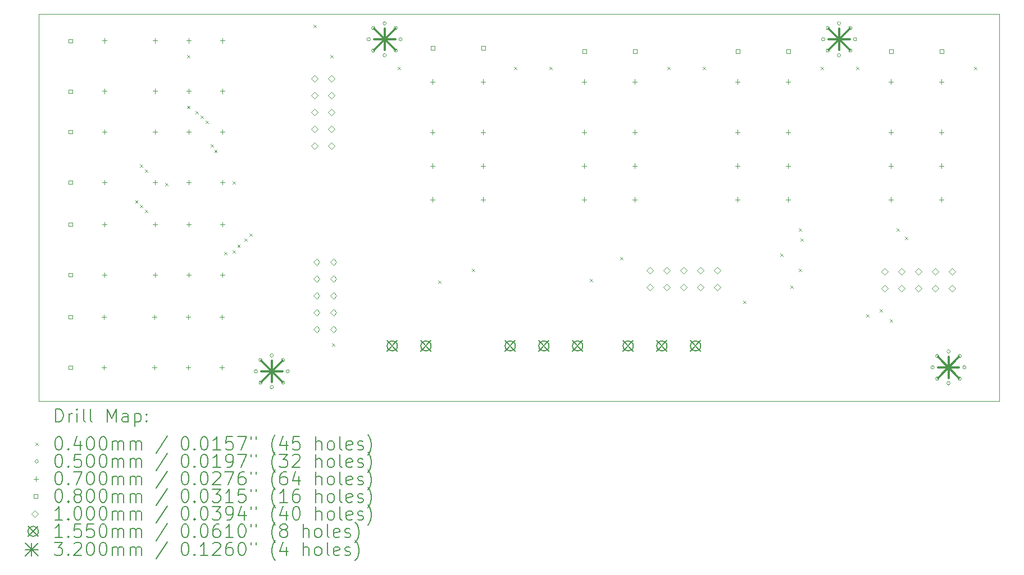
<source format=gbr>
%TF.GenerationSoftware,KiCad,Pcbnew,7.0.6*%
%TF.CreationDate,2023-11-23T12:54:33+01:00*%
%TF.ProjectId,mainboard,6d61696e-626f-4617-9264-2e6b69636164,1*%
%TF.SameCoordinates,Original*%
%TF.FileFunction,Drillmap*%
%TF.FilePolarity,Positive*%
%FSLAX45Y45*%
G04 Gerber Fmt 4.5, Leading zero omitted, Abs format (unit mm)*
G04 Created by KiCad (PCBNEW 7.0.6) date 2023-11-23 12:54:33*
%MOMM*%
%LPD*%
G01*
G04 APERTURE LIST*
%ADD10C,0.100000*%
%ADD11C,0.200000*%
%ADD12C,0.040000*%
%ADD13C,0.050000*%
%ADD14C,0.070000*%
%ADD15C,0.080000*%
%ADD16C,0.155000*%
%ADD17C,0.320000*%
G04 APERTURE END LIST*
D10*
X6535405Y-7366000D02*
X21013405Y-7366000D01*
X21013405Y-13208000D01*
X6535405Y-13208000D01*
X6535405Y-7366000D01*
D11*
D12*
X7989586Y-10176319D02*
X8029586Y-10216319D01*
X8029586Y-10176319D02*
X7989586Y-10216319D01*
X8060900Y-9636750D02*
X8100900Y-9676750D01*
X8100900Y-9636750D02*
X8060900Y-9676750D01*
X8060900Y-10246350D02*
X8100900Y-10286350D01*
X8100900Y-10246350D02*
X8060900Y-10286350D01*
X8137100Y-9712950D02*
X8177100Y-9752950D01*
X8177100Y-9712950D02*
X8137100Y-9752950D01*
X8137100Y-10322550D02*
X8177100Y-10362550D01*
X8177100Y-10322550D02*
X8137100Y-10362550D01*
X8441900Y-9916150D02*
X8481900Y-9956150D01*
X8481900Y-9916150D02*
X8441900Y-9956150D01*
X8772100Y-7985750D02*
X8812100Y-8025750D01*
X8812100Y-7985750D02*
X8772100Y-8025750D01*
X8775350Y-8751000D02*
X8815350Y-8791000D01*
X8815350Y-8751000D02*
X8775350Y-8791000D01*
X8899100Y-8829475D02*
X8939100Y-8869475D01*
X8939100Y-8829475D02*
X8899100Y-8869475D01*
X8975300Y-8900150D02*
X9015300Y-8940150D01*
X9015300Y-8900150D02*
X8975300Y-8940150D01*
X9051500Y-8976350D02*
X9091500Y-9016350D01*
X9091500Y-8976350D02*
X9051500Y-9016350D01*
X9127700Y-9331950D02*
X9167700Y-9371950D01*
X9167700Y-9331950D02*
X9127700Y-9371950D01*
X9183142Y-9415114D02*
X9223142Y-9455114D01*
X9223142Y-9415114D02*
X9183142Y-9455114D01*
X9330900Y-10957550D02*
X9370900Y-10997550D01*
X9370900Y-10957550D02*
X9330900Y-10997550D01*
X9457900Y-9890750D02*
X9497900Y-9930750D01*
X9497900Y-9890750D02*
X9457900Y-9930750D01*
X9457900Y-10932150D02*
X9497900Y-10972150D01*
X9497900Y-10932150D02*
X9457900Y-10972150D01*
X9530350Y-10848986D02*
X9570350Y-10888986D01*
X9570350Y-10848986D02*
X9530350Y-10888986D01*
X9635700Y-10754350D02*
X9675700Y-10794350D01*
X9675700Y-10754350D02*
X9635700Y-10794350D01*
X9711900Y-10678150D02*
X9751900Y-10718150D01*
X9751900Y-10678150D02*
X9711900Y-10718150D01*
X10677100Y-7528550D02*
X10717100Y-7568550D01*
X10717100Y-7528550D02*
X10677100Y-7568550D01*
X10931100Y-7985750D02*
X10971100Y-8025750D01*
X10971100Y-7985750D02*
X10931100Y-8025750D01*
X10958500Y-12338000D02*
X10998500Y-12378000D01*
X10998500Y-12338000D02*
X10958500Y-12378000D01*
X11947100Y-8163550D02*
X11987100Y-8203550D01*
X11987100Y-8163550D02*
X11947100Y-8203550D01*
X12556700Y-11389350D02*
X12596700Y-11429350D01*
X12596700Y-11389350D02*
X12556700Y-11429350D01*
X13064700Y-11211550D02*
X13104700Y-11251550D01*
X13104700Y-11211550D02*
X13064700Y-11251550D01*
X13699700Y-8163550D02*
X13739700Y-8203550D01*
X13739700Y-8163550D02*
X13699700Y-8203550D01*
X14233100Y-8163550D02*
X14273100Y-8203550D01*
X14273100Y-8163550D02*
X14233100Y-8203550D01*
X14842700Y-11363950D02*
X14882700Y-11403950D01*
X14882700Y-11363950D02*
X14842700Y-11403950D01*
X15299900Y-11033750D02*
X15339900Y-11073750D01*
X15339900Y-11033750D02*
X15299900Y-11073750D01*
X16011100Y-8163550D02*
X16051100Y-8203550D01*
X16051100Y-8163550D02*
X16011100Y-8203550D01*
X16544500Y-8163550D02*
X16584500Y-8203550D01*
X16584500Y-8163550D02*
X16544500Y-8203550D01*
X17154100Y-11694150D02*
X17194100Y-11734150D01*
X17194100Y-11694150D02*
X17154100Y-11734150D01*
X17712900Y-10982950D02*
X17752900Y-11022950D01*
X17752900Y-10982950D02*
X17712900Y-11022950D01*
X17865300Y-11465550D02*
X17905300Y-11505550D01*
X17905300Y-11465550D02*
X17865300Y-11505550D01*
X17992300Y-10601950D02*
X18032300Y-10641950D01*
X18032300Y-10601950D02*
X17992300Y-10641950D01*
X17992300Y-11211550D02*
X18032300Y-11251550D01*
X18032300Y-11211550D02*
X17992300Y-11251550D01*
X18017700Y-10754350D02*
X18057700Y-10794350D01*
X18057700Y-10754350D02*
X18017700Y-10794350D01*
X18322500Y-8163550D02*
X18362500Y-8203550D01*
X18362500Y-8163550D02*
X18322500Y-8203550D01*
X18855900Y-8163550D02*
X18895900Y-8203550D01*
X18895900Y-8163550D02*
X18855900Y-8203550D01*
X19008300Y-11897350D02*
X19048300Y-11937350D01*
X19048300Y-11897350D02*
X19008300Y-11937350D01*
X19211500Y-11821150D02*
X19251500Y-11861150D01*
X19251500Y-11821150D02*
X19211500Y-11861150D01*
X19363900Y-11973550D02*
X19403900Y-12013550D01*
X19403900Y-11973550D02*
X19363900Y-12013550D01*
X19466400Y-10601950D02*
X19506400Y-10641950D01*
X19506400Y-10601950D02*
X19466400Y-10641950D01*
X19592500Y-10728950D02*
X19632500Y-10768950D01*
X19632500Y-10728950D02*
X19592500Y-10768950D01*
X20633900Y-8163550D02*
X20673900Y-8203550D01*
X20673900Y-8163550D02*
X20633900Y-8203550D01*
D13*
X9834405Y-12758000D02*
G75*
G03*
X9834405Y-12758000I-25000J0D01*
G01*
X9904700Y-12588294D02*
G75*
G03*
X9904700Y-12588294I-25000J0D01*
G01*
X9904700Y-12927706D02*
G75*
G03*
X9904700Y-12927706I-25000J0D01*
G01*
X10074405Y-12518000D02*
G75*
G03*
X10074405Y-12518000I-25000J0D01*
G01*
X10074405Y-12998000D02*
G75*
G03*
X10074405Y-12998000I-25000J0D01*
G01*
X10244111Y-12588294D02*
G75*
G03*
X10244111Y-12588294I-25000J0D01*
G01*
X10244111Y-12927706D02*
G75*
G03*
X10244111Y-12927706I-25000J0D01*
G01*
X10314405Y-12758000D02*
G75*
G03*
X10314405Y-12758000I-25000J0D01*
G01*
X11534405Y-7747000D02*
G75*
G03*
X11534405Y-7747000I-25000J0D01*
G01*
X11604700Y-7577294D02*
G75*
G03*
X11604700Y-7577294I-25000J0D01*
G01*
X11604700Y-7916706D02*
G75*
G03*
X11604700Y-7916706I-25000J0D01*
G01*
X11774405Y-7507000D02*
G75*
G03*
X11774405Y-7507000I-25000J0D01*
G01*
X11774405Y-7987000D02*
G75*
G03*
X11774405Y-7987000I-25000J0D01*
G01*
X11944111Y-7577294D02*
G75*
G03*
X11944111Y-7577294I-25000J0D01*
G01*
X11944111Y-7916706D02*
G75*
G03*
X11944111Y-7916706I-25000J0D01*
G01*
X12014405Y-7747000D02*
G75*
G03*
X12014405Y-7747000I-25000J0D01*
G01*
X18385405Y-7747000D02*
G75*
G03*
X18385405Y-7747000I-25000J0D01*
G01*
X18455700Y-7577294D02*
G75*
G03*
X18455700Y-7577294I-25000J0D01*
G01*
X18455700Y-7916706D02*
G75*
G03*
X18455700Y-7916706I-25000J0D01*
G01*
X18625405Y-7507000D02*
G75*
G03*
X18625405Y-7507000I-25000J0D01*
G01*
X18625405Y-7987000D02*
G75*
G03*
X18625405Y-7987000I-25000J0D01*
G01*
X18795111Y-7577294D02*
G75*
G03*
X18795111Y-7577294I-25000J0D01*
G01*
X18795111Y-7916706D02*
G75*
G03*
X18795111Y-7916706I-25000J0D01*
G01*
X18865405Y-7747000D02*
G75*
G03*
X18865405Y-7747000I-25000J0D01*
G01*
X20034405Y-12698000D02*
G75*
G03*
X20034405Y-12698000I-25000J0D01*
G01*
X20104700Y-12528294D02*
G75*
G03*
X20104700Y-12528294I-25000J0D01*
G01*
X20104700Y-12867706D02*
G75*
G03*
X20104700Y-12867706I-25000J0D01*
G01*
X20274405Y-12458000D02*
G75*
G03*
X20274405Y-12458000I-25000J0D01*
G01*
X20274405Y-12938000D02*
G75*
G03*
X20274405Y-12938000I-25000J0D01*
G01*
X20444111Y-12528294D02*
G75*
G03*
X20444111Y-12528294I-25000J0D01*
G01*
X20444111Y-12867706D02*
G75*
G03*
X20444111Y-12867706I-25000J0D01*
G01*
X20514405Y-12698000D02*
G75*
G03*
X20514405Y-12698000I-25000J0D01*
G01*
D14*
X7522100Y-11903000D02*
X7522100Y-11973000D01*
X7487100Y-11938000D02*
X7557100Y-11938000D01*
X7522100Y-12665000D02*
X7522100Y-12735000D01*
X7487100Y-12700000D02*
X7557100Y-12700000D01*
X7525350Y-9109000D02*
X7525350Y-9179000D01*
X7490350Y-9144000D02*
X7560350Y-9144000D01*
X7525350Y-9871000D02*
X7525350Y-9941000D01*
X7490350Y-9906000D02*
X7560350Y-9906000D01*
X7525350Y-10506000D02*
X7525350Y-10576000D01*
X7490350Y-10541000D02*
X7560350Y-10541000D01*
X7525350Y-11268000D02*
X7525350Y-11338000D01*
X7490350Y-11303000D02*
X7560350Y-11303000D01*
X7528600Y-7732650D02*
X7528600Y-7802650D01*
X7493600Y-7767650D02*
X7563600Y-7767650D01*
X7528600Y-8494650D02*
X7528600Y-8564650D01*
X7493600Y-8529650D02*
X7563600Y-8529650D01*
X8284100Y-11903000D02*
X8284100Y-11973000D01*
X8249100Y-11938000D02*
X8319100Y-11938000D01*
X8284100Y-12665000D02*
X8284100Y-12735000D01*
X8249100Y-12700000D02*
X8319100Y-12700000D01*
X8287350Y-9109000D02*
X8287350Y-9179000D01*
X8252350Y-9144000D02*
X8322350Y-9144000D01*
X8287350Y-9871000D02*
X8287350Y-9941000D01*
X8252350Y-9906000D02*
X8322350Y-9906000D01*
X8287350Y-10506000D02*
X8287350Y-10576000D01*
X8252350Y-10541000D02*
X8322350Y-10541000D01*
X8287350Y-11268000D02*
X8287350Y-11338000D01*
X8252350Y-11303000D02*
X8322350Y-11303000D01*
X8290600Y-7732650D02*
X8290600Y-7802650D01*
X8255600Y-7767650D02*
X8325600Y-7767650D01*
X8290600Y-8494650D02*
X8290600Y-8564650D01*
X8255600Y-8529650D02*
X8325600Y-8529650D01*
X8792100Y-11903000D02*
X8792100Y-11973000D01*
X8757100Y-11938000D02*
X8827100Y-11938000D01*
X8792100Y-12665000D02*
X8792100Y-12735000D01*
X8757100Y-12700000D02*
X8827100Y-12700000D01*
X8795350Y-9109000D02*
X8795350Y-9179000D01*
X8760350Y-9144000D02*
X8830350Y-9144000D01*
X8795350Y-9871000D02*
X8795350Y-9941000D01*
X8760350Y-9906000D02*
X8830350Y-9906000D01*
X8795350Y-10506000D02*
X8795350Y-10576000D01*
X8760350Y-10541000D02*
X8830350Y-10541000D01*
X8795350Y-11268000D02*
X8795350Y-11338000D01*
X8760350Y-11303000D02*
X8830350Y-11303000D01*
X8798600Y-7732650D02*
X8798600Y-7802650D01*
X8763600Y-7767650D02*
X8833600Y-7767650D01*
X8798600Y-8494650D02*
X8798600Y-8564650D01*
X8763600Y-8529650D02*
X8833600Y-8529650D01*
X9300100Y-11903000D02*
X9300100Y-11973000D01*
X9265100Y-11938000D02*
X9335100Y-11938000D01*
X9300100Y-12665000D02*
X9300100Y-12735000D01*
X9265100Y-12700000D02*
X9335100Y-12700000D01*
X9303350Y-9109000D02*
X9303350Y-9179000D01*
X9268350Y-9144000D02*
X9338350Y-9144000D01*
X9303350Y-9871000D02*
X9303350Y-9941000D01*
X9268350Y-9906000D02*
X9338350Y-9906000D01*
X9303350Y-10506000D02*
X9303350Y-10576000D01*
X9268350Y-10541000D02*
X9338350Y-10541000D01*
X9303350Y-11268000D02*
X9303350Y-11338000D01*
X9268350Y-11303000D02*
X9338350Y-11303000D01*
X9306600Y-7732650D02*
X9306600Y-7802650D01*
X9271600Y-7767650D02*
X9341600Y-7767650D01*
X9306600Y-8494650D02*
X9306600Y-8564650D01*
X9271600Y-8529650D02*
X9341600Y-8529650D01*
X12475100Y-8351750D02*
X12475100Y-8421750D01*
X12440100Y-8386750D02*
X12510100Y-8386750D01*
X12475100Y-9113750D02*
X12475100Y-9183750D01*
X12440100Y-9148750D02*
X12510100Y-9148750D01*
X12475100Y-9621750D02*
X12475100Y-9691750D01*
X12440100Y-9656750D02*
X12510100Y-9656750D01*
X12475100Y-10129750D02*
X12475100Y-10199750D01*
X12440100Y-10164750D02*
X12510100Y-10164750D01*
X13237100Y-8351750D02*
X13237100Y-8421750D01*
X13202100Y-8386750D02*
X13272100Y-8386750D01*
X13237100Y-9113750D02*
X13237100Y-9183750D01*
X13202100Y-9148750D02*
X13272100Y-9148750D01*
X13237100Y-9621750D02*
X13237100Y-9691750D01*
X13202100Y-9656750D02*
X13272100Y-9656750D01*
X13237100Y-10129750D02*
X13237100Y-10199750D01*
X13202100Y-10164750D02*
X13272100Y-10164750D01*
X14761100Y-8351750D02*
X14761100Y-8421750D01*
X14726100Y-8386750D02*
X14796100Y-8386750D01*
X14761100Y-9113750D02*
X14761100Y-9183750D01*
X14726100Y-9148750D02*
X14796100Y-9148750D01*
X14761100Y-9621750D02*
X14761100Y-9691750D01*
X14726100Y-9656750D02*
X14796100Y-9656750D01*
X14761100Y-10129750D02*
X14761100Y-10199750D01*
X14726100Y-10164750D02*
X14796100Y-10164750D01*
X15523100Y-8351750D02*
X15523100Y-8421750D01*
X15488100Y-8386750D02*
X15558100Y-8386750D01*
X15523100Y-9113750D02*
X15523100Y-9183750D01*
X15488100Y-9148750D02*
X15558100Y-9148750D01*
X15523100Y-9621750D02*
X15523100Y-9691750D01*
X15488100Y-9656750D02*
X15558100Y-9656750D01*
X15523100Y-10129750D02*
X15523100Y-10199750D01*
X15488100Y-10164750D02*
X15558100Y-10164750D01*
X17072500Y-8351750D02*
X17072500Y-8421750D01*
X17037500Y-8386750D02*
X17107500Y-8386750D01*
X17072500Y-9113750D02*
X17072500Y-9183750D01*
X17037500Y-9148750D02*
X17107500Y-9148750D01*
X17072500Y-9621750D02*
X17072500Y-9691750D01*
X17037500Y-9656750D02*
X17107500Y-9656750D01*
X17072500Y-10129750D02*
X17072500Y-10199750D01*
X17037500Y-10164750D02*
X17107500Y-10164750D01*
X17834500Y-8351750D02*
X17834500Y-8421750D01*
X17799500Y-8386750D02*
X17869500Y-8386750D01*
X17834500Y-9113750D02*
X17834500Y-9183750D01*
X17799500Y-9148750D02*
X17869500Y-9148750D01*
X17834500Y-9621750D02*
X17834500Y-9691750D01*
X17799500Y-9656750D02*
X17869500Y-9656750D01*
X17834500Y-10129750D02*
X17834500Y-10199750D01*
X17799500Y-10164750D02*
X17869500Y-10164750D01*
X19383900Y-8351750D02*
X19383900Y-8421750D01*
X19348900Y-8386750D02*
X19418900Y-8386750D01*
X19383900Y-9113750D02*
X19383900Y-9183750D01*
X19348900Y-9148750D02*
X19418900Y-9148750D01*
X19383900Y-9621750D02*
X19383900Y-9691750D01*
X19348900Y-9656750D02*
X19418900Y-9656750D01*
X19383900Y-10129750D02*
X19383900Y-10199750D01*
X19348900Y-10164750D02*
X19418900Y-10164750D01*
X20145900Y-8351750D02*
X20145900Y-8421750D01*
X20110900Y-8386750D02*
X20180900Y-8386750D01*
X20145900Y-9113750D02*
X20145900Y-9183750D01*
X20110900Y-9148750D02*
X20180900Y-9148750D01*
X20145900Y-9621750D02*
X20145900Y-9691750D01*
X20110900Y-9656750D02*
X20180900Y-9656750D01*
X20145900Y-10129750D02*
X20145900Y-10199750D01*
X20110900Y-10164750D02*
X20180900Y-10164750D01*
D15*
X7042384Y-11966284D02*
X7042384Y-11909715D01*
X6985815Y-11909715D01*
X6985815Y-11966284D01*
X7042384Y-11966284D01*
X7042384Y-12728284D02*
X7042384Y-12671715D01*
X6985815Y-12671715D01*
X6985815Y-12728284D01*
X7042384Y-12728284D01*
X7045634Y-7800684D02*
X7045634Y-7744115D01*
X6989065Y-7744115D01*
X6989065Y-7800684D01*
X7045634Y-7800684D01*
X7045634Y-8562685D02*
X7045634Y-8506116D01*
X6989065Y-8506116D01*
X6989065Y-8562685D01*
X7045634Y-8562685D01*
X7045634Y-9172285D02*
X7045634Y-9115716D01*
X6989065Y-9115716D01*
X6989065Y-9172285D01*
X7045634Y-9172285D01*
X7045634Y-9934285D02*
X7045634Y-9877716D01*
X6989065Y-9877716D01*
X6989065Y-9934285D01*
X7045634Y-9934285D01*
X7045634Y-10569285D02*
X7045634Y-10512716D01*
X6989065Y-10512716D01*
X6989065Y-10569285D01*
X7045634Y-10569285D01*
X7045634Y-11331284D02*
X7045634Y-11274715D01*
X6989065Y-11274715D01*
X6989065Y-11331284D01*
X7045634Y-11331284D01*
X12503384Y-7907034D02*
X12503384Y-7850465D01*
X12446815Y-7850465D01*
X12446815Y-7907034D01*
X12503384Y-7907034D01*
X13265384Y-7907034D02*
X13265384Y-7850465D01*
X13208815Y-7850465D01*
X13208815Y-7907034D01*
X13265384Y-7907034D01*
X14789384Y-7957834D02*
X14789384Y-7901265D01*
X14732815Y-7901265D01*
X14732815Y-7957834D01*
X14789384Y-7957834D01*
X15551384Y-7957834D02*
X15551384Y-7901265D01*
X15494815Y-7901265D01*
X15494815Y-7957834D01*
X15551384Y-7957834D01*
X17100785Y-7957834D02*
X17100785Y-7901265D01*
X17044216Y-7901265D01*
X17044216Y-7957834D01*
X17100785Y-7957834D01*
X17862785Y-7957834D02*
X17862785Y-7901265D01*
X17806216Y-7901265D01*
X17806216Y-7957834D01*
X17862785Y-7957834D01*
X19412185Y-7957834D02*
X19412185Y-7901265D01*
X19355616Y-7901265D01*
X19355616Y-7957834D01*
X19412185Y-7957834D01*
X20174185Y-7957834D02*
X20174185Y-7901265D01*
X20117616Y-7901265D01*
X20117616Y-7957834D01*
X20174185Y-7957834D01*
D10*
X10697100Y-8385950D02*
X10747100Y-8335950D01*
X10697100Y-8285950D01*
X10647100Y-8335950D01*
X10697100Y-8385950D01*
X10697100Y-8639950D02*
X10747100Y-8589950D01*
X10697100Y-8539950D01*
X10647100Y-8589950D01*
X10697100Y-8639950D01*
X10697100Y-8893950D02*
X10747100Y-8843950D01*
X10697100Y-8793950D01*
X10647100Y-8843950D01*
X10697100Y-8893950D01*
X10697100Y-9147950D02*
X10747100Y-9097950D01*
X10697100Y-9047950D01*
X10647100Y-9097950D01*
X10697100Y-9147950D01*
X10697100Y-9401950D02*
X10747100Y-9351950D01*
X10697100Y-9301950D01*
X10647100Y-9351950D01*
X10697100Y-9401950D01*
X10724500Y-11157550D02*
X10774500Y-11107550D01*
X10724500Y-11057550D01*
X10674500Y-11107550D01*
X10724500Y-11157550D01*
X10724500Y-11411550D02*
X10774500Y-11361550D01*
X10724500Y-11311550D01*
X10674500Y-11361550D01*
X10724500Y-11411550D01*
X10724500Y-11665550D02*
X10774500Y-11615550D01*
X10724500Y-11565550D01*
X10674500Y-11615550D01*
X10724500Y-11665550D01*
X10724500Y-11919550D02*
X10774500Y-11869550D01*
X10724500Y-11819550D01*
X10674500Y-11869550D01*
X10724500Y-11919550D01*
X10724500Y-12173550D02*
X10774500Y-12123550D01*
X10724500Y-12073550D01*
X10674500Y-12123550D01*
X10724500Y-12173550D01*
X10951100Y-8385950D02*
X11001100Y-8335950D01*
X10951100Y-8285950D01*
X10901100Y-8335950D01*
X10951100Y-8385950D01*
X10951100Y-8639950D02*
X11001100Y-8589950D01*
X10951100Y-8539950D01*
X10901100Y-8589950D01*
X10951100Y-8639950D01*
X10951100Y-8893950D02*
X11001100Y-8843950D01*
X10951100Y-8793950D01*
X10901100Y-8843950D01*
X10951100Y-8893950D01*
X10951100Y-9147950D02*
X11001100Y-9097950D01*
X10951100Y-9047950D01*
X10901100Y-9097950D01*
X10951100Y-9147950D01*
X10951100Y-9401950D02*
X11001100Y-9351950D01*
X10951100Y-9301950D01*
X10901100Y-9351950D01*
X10951100Y-9401950D01*
X10978500Y-11157550D02*
X11028500Y-11107550D01*
X10978500Y-11057550D01*
X10928500Y-11107550D01*
X10978500Y-11157550D01*
X10978500Y-11411550D02*
X11028500Y-11361550D01*
X10978500Y-11311550D01*
X10928500Y-11361550D01*
X10978500Y-11411550D01*
X10978500Y-11665550D02*
X11028500Y-11615550D01*
X10978500Y-11565550D01*
X10928500Y-11615550D01*
X10978500Y-11665550D01*
X10978500Y-11919550D02*
X11028500Y-11869550D01*
X10978500Y-11819550D01*
X10928500Y-11869550D01*
X10978500Y-11919550D01*
X10978500Y-12173550D02*
X11028500Y-12123550D01*
X10978500Y-12073550D01*
X10928500Y-12123550D01*
X10978500Y-12173550D01*
X15748700Y-11283550D02*
X15798700Y-11233550D01*
X15748700Y-11183550D01*
X15698700Y-11233550D01*
X15748700Y-11283550D01*
X15748700Y-11537550D02*
X15798700Y-11487550D01*
X15748700Y-11437550D01*
X15698700Y-11487550D01*
X15748700Y-11537550D01*
X16002700Y-11283550D02*
X16052700Y-11233550D01*
X16002700Y-11183550D01*
X15952700Y-11233550D01*
X16002700Y-11283550D01*
X16002700Y-11537550D02*
X16052700Y-11487550D01*
X16002700Y-11437550D01*
X15952700Y-11487550D01*
X16002700Y-11537550D01*
X16256700Y-11283550D02*
X16306700Y-11233550D01*
X16256700Y-11183550D01*
X16206700Y-11233550D01*
X16256700Y-11283550D01*
X16256700Y-11537550D02*
X16306700Y-11487550D01*
X16256700Y-11437550D01*
X16206700Y-11487550D01*
X16256700Y-11537550D01*
X16510700Y-11283550D02*
X16560700Y-11233550D01*
X16510700Y-11183550D01*
X16460700Y-11233550D01*
X16510700Y-11283550D01*
X16510700Y-11537550D02*
X16560700Y-11487550D01*
X16510700Y-11437550D01*
X16460700Y-11487550D01*
X16510700Y-11537550D01*
X16764700Y-11283550D02*
X16814700Y-11233550D01*
X16764700Y-11183550D01*
X16714700Y-11233550D01*
X16764700Y-11283550D01*
X16764700Y-11537550D02*
X16814700Y-11487550D01*
X16764700Y-11437550D01*
X16714700Y-11487550D01*
X16764700Y-11537550D01*
X19285300Y-11304950D02*
X19335300Y-11254950D01*
X19285300Y-11204950D01*
X19235300Y-11254950D01*
X19285300Y-11304950D01*
X19285300Y-11558950D02*
X19335300Y-11508950D01*
X19285300Y-11458950D01*
X19235300Y-11508950D01*
X19285300Y-11558950D01*
X19539300Y-11304950D02*
X19589300Y-11254950D01*
X19539300Y-11204950D01*
X19489300Y-11254950D01*
X19539300Y-11304950D01*
X19539300Y-11558950D02*
X19589300Y-11508950D01*
X19539300Y-11458950D01*
X19489300Y-11508950D01*
X19539300Y-11558950D01*
X19793300Y-11304950D02*
X19843300Y-11254950D01*
X19793300Y-11204950D01*
X19743300Y-11254950D01*
X19793300Y-11304950D01*
X19793300Y-11558950D02*
X19843300Y-11508950D01*
X19793300Y-11458950D01*
X19743300Y-11508950D01*
X19793300Y-11558950D01*
X20047300Y-11304950D02*
X20097300Y-11254950D01*
X20047300Y-11204950D01*
X19997300Y-11254950D01*
X20047300Y-11304950D01*
X20047300Y-11558950D02*
X20097300Y-11508950D01*
X20047300Y-11458950D01*
X19997300Y-11508950D01*
X20047300Y-11558950D01*
X20301300Y-11304950D02*
X20351300Y-11254950D01*
X20301300Y-11204950D01*
X20251300Y-11254950D01*
X20301300Y-11304950D01*
X20301300Y-11558950D02*
X20351300Y-11508950D01*
X20301300Y-11458950D01*
X20251300Y-11508950D01*
X20301300Y-11558950D01*
D16*
X11788000Y-12297050D02*
X11943000Y-12452050D01*
X11943000Y-12297050D02*
X11788000Y-12452050D01*
X11943000Y-12374550D02*
G75*
G03*
X11943000Y-12374550I-77500J0D01*
G01*
X12296000Y-12297050D02*
X12451000Y-12452050D01*
X12451000Y-12297050D02*
X12296000Y-12452050D01*
X12451000Y-12374550D02*
G75*
G03*
X12451000Y-12374550I-77500J0D01*
G01*
X13566000Y-12297050D02*
X13721000Y-12452050D01*
X13721000Y-12297050D02*
X13566000Y-12452050D01*
X13721000Y-12374550D02*
G75*
G03*
X13721000Y-12374550I-77500J0D01*
G01*
X14074000Y-12297050D02*
X14229000Y-12452050D01*
X14229000Y-12297050D02*
X14074000Y-12452050D01*
X14229000Y-12374550D02*
G75*
G03*
X14229000Y-12374550I-77500J0D01*
G01*
X14582000Y-12297050D02*
X14737000Y-12452050D01*
X14737000Y-12297050D02*
X14582000Y-12452050D01*
X14737000Y-12374550D02*
G75*
G03*
X14737000Y-12374550I-77500J0D01*
G01*
X15344000Y-12297050D02*
X15499000Y-12452050D01*
X15499000Y-12297050D02*
X15344000Y-12452050D01*
X15499000Y-12374550D02*
G75*
G03*
X15499000Y-12374550I-77500J0D01*
G01*
X15852000Y-12297050D02*
X16007000Y-12452050D01*
X16007000Y-12297050D02*
X15852000Y-12452050D01*
X16007000Y-12374550D02*
G75*
G03*
X16007000Y-12374550I-77500J0D01*
G01*
X16360000Y-12297050D02*
X16515000Y-12452050D01*
X16515000Y-12297050D02*
X16360000Y-12452050D01*
X16515000Y-12374550D02*
G75*
G03*
X16515000Y-12374550I-77500J0D01*
G01*
D17*
X9889405Y-12598000D02*
X10209405Y-12918000D01*
X10209405Y-12598000D02*
X9889405Y-12918000D01*
X10049405Y-12598000D02*
X10049405Y-12918000D01*
X9889405Y-12758000D02*
X10209405Y-12758000D01*
X11589405Y-7587000D02*
X11909405Y-7907000D01*
X11909405Y-7587000D02*
X11589405Y-7907000D01*
X11749405Y-7587000D02*
X11749405Y-7907000D01*
X11589405Y-7747000D02*
X11909405Y-7747000D01*
X18440405Y-7587000D02*
X18760405Y-7907000D01*
X18760405Y-7587000D02*
X18440405Y-7907000D01*
X18600405Y-7587000D02*
X18600405Y-7907000D01*
X18440405Y-7747000D02*
X18760405Y-7747000D01*
X20089405Y-12538000D02*
X20409405Y-12858000D01*
X20409405Y-12538000D02*
X20089405Y-12858000D01*
X20249405Y-12538000D02*
X20249405Y-12858000D01*
X20089405Y-12698000D02*
X20409405Y-12698000D01*
D11*
X6791182Y-13524484D02*
X6791182Y-13324484D01*
X6791182Y-13324484D02*
X6838801Y-13324484D01*
X6838801Y-13324484D02*
X6867372Y-13334008D01*
X6867372Y-13334008D02*
X6886420Y-13353055D01*
X6886420Y-13353055D02*
X6895944Y-13372103D01*
X6895944Y-13372103D02*
X6905468Y-13410198D01*
X6905468Y-13410198D02*
X6905468Y-13438769D01*
X6905468Y-13438769D02*
X6895944Y-13476865D01*
X6895944Y-13476865D02*
X6886420Y-13495912D01*
X6886420Y-13495912D02*
X6867372Y-13514960D01*
X6867372Y-13514960D02*
X6838801Y-13524484D01*
X6838801Y-13524484D02*
X6791182Y-13524484D01*
X6991182Y-13524484D02*
X6991182Y-13391150D01*
X6991182Y-13429246D02*
X7000706Y-13410198D01*
X7000706Y-13410198D02*
X7010230Y-13400674D01*
X7010230Y-13400674D02*
X7029277Y-13391150D01*
X7029277Y-13391150D02*
X7048325Y-13391150D01*
X7114991Y-13524484D02*
X7114991Y-13391150D01*
X7114991Y-13324484D02*
X7105468Y-13334008D01*
X7105468Y-13334008D02*
X7114991Y-13343531D01*
X7114991Y-13343531D02*
X7124515Y-13334008D01*
X7124515Y-13334008D02*
X7114991Y-13324484D01*
X7114991Y-13324484D02*
X7114991Y-13343531D01*
X7238801Y-13524484D02*
X7219753Y-13514960D01*
X7219753Y-13514960D02*
X7210230Y-13495912D01*
X7210230Y-13495912D02*
X7210230Y-13324484D01*
X7343563Y-13524484D02*
X7324515Y-13514960D01*
X7324515Y-13514960D02*
X7314991Y-13495912D01*
X7314991Y-13495912D02*
X7314991Y-13324484D01*
X7572134Y-13524484D02*
X7572134Y-13324484D01*
X7572134Y-13324484D02*
X7638801Y-13467341D01*
X7638801Y-13467341D02*
X7705468Y-13324484D01*
X7705468Y-13324484D02*
X7705468Y-13524484D01*
X7886420Y-13524484D02*
X7886420Y-13419722D01*
X7886420Y-13419722D02*
X7876896Y-13400674D01*
X7876896Y-13400674D02*
X7857849Y-13391150D01*
X7857849Y-13391150D02*
X7819753Y-13391150D01*
X7819753Y-13391150D02*
X7800706Y-13400674D01*
X7886420Y-13514960D02*
X7867372Y-13524484D01*
X7867372Y-13524484D02*
X7819753Y-13524484D01*
X7819753Y-13524484D02*
X7800706Y-13514960D01*
X7800706Y-13514960D02*
X7791182Y-13495912D01*
X7791182Y-13495912D02*
X7791182Y-13476865D01*
X7791182Y-13476865D02*
X7800706Y-13457817D01*
X7800706Y-13457817D02*
X7819753Y-13448293D01*
X7819753Y-13448293D02*
X7867372Y-13448293D01*
X7867372Y-13448293D02*
X7886420Y-13438769D01*
X7981658Y-13391150D02*
X7981658Y-13591150D01*
X7981658Y-13400674D02*
X8000706Y-13391150D01*
X8000706Y-13391150D02*
X8038801Y-13391150D01*
X8038801Y-13391150D02*
X8057849Y-13400674D01*
X8057849Y-13400674D02*
X8067372Y-13410198D01*
X8067372Y-13410198D02*
X8076896Y-13429246D01*
X8076896Y-13429246D02*
X8076896Y-13486388D01*
X8076896Y-13486388D02*
X8067372Y-13505436D01*
X8067372Y-13505436D02*
X8057849Y-13514960D01*
X8057849Y-13514960D02*
X8038801Y-13524484D01*
X8038801Y-13524484D02*
X8000706Y-13524484D01*
X8000706Y-13524484D02*
X7981658Y-13514960D01*
X8162611Y-13505436D02*
X8172134Y-13514960D01*
X8172134Y-13514960D02*
X8162611Y-13524484D01*
X8162611Y-13524484D02*
X8153087Y-13514960D01*
X8153087Y-13514960D02*
X8162611Y-13505436D01*
X8162611Y-13505436D02*
X8162611Y-13524484D01*
X8162611Y-13400674D02*
X8172134Y-13410198D01*
X8172134Y-13410198D02*
X8162611Y-13419722D01*
X8162611Y-13419722D02*
X8153087Y-13410198D01*
X8153087Y-13410198D02*
X8162611Y-13400674D01*
X8162611Y-13400674D02*
X8162611Y-13419722D01*
D12*
X6490405Y-13833000D02*
X6530405Y-13873000D01*
X6530405Y-13833000D02*
X6490405Y-13873000D01*
D11*
X6829277Y-13744484D02*
X6848325Y-13744484D01*
X6848325Y-13744484D02*
X6867372Y-13754008D01*
X6867372Y-13754008D02*
X6876896Y-13763531D01*
X6876896Y-13763531D02*
X6886420Y-13782579D01*
X6886420Y-13782579D02*
X6895944Y-13820674D01*
X6895944Y-13820674D02*
X6895944Y-13868293D01*
X6895944Y-13868293D02*
X6886420Y-13906388D01*
X6886420Y-13906388D02*
X6876896Y-13925436D01*
X6876896Y-13925436D02*
X6867372Y-13934960D01*
X6867372Y-13934960D02*
X6848325Y-13944484D01*
X6848325Y-13944484D02*
X6829277Y-13944484D01*
X6829277Y-13944484D02*
X6810230Y-13934960D01*
X6810230Y-13934960D02*
X6800706Y-13925436D01*
X6800706Y-13925436D02*
X6791182Y-13906388D01*
X6791182Y-13906388D02*
X6781658Y-13868293D01*
X6781658Y-13868293D02*
X6781658Y-13820674D01*
X6781658Y-13820674D02*
X6791182Y-13782579D01*
X6791182Y-13782579D02*
X6800706Y-13763531D01*
X6800706Y-13763531D02*
X6810230Y-13754008D01*
X6810230Y-13754008D02*
X6829277Y-13744484D01*
X6981658Y-13925436D02*
X6991182Y-13934960D01*
X6991182Y-13934960D02*
X6981658Y-13944484D01*
X6981658Y-13944484D02*
X6972134Y-13934960D01*
X6972134Y-13934960D02*
X6981658Y-13925436D01*
X6981658Y-13925436D02*
X6981658Y-13944484D01*
X7162611Y-13811150D02*
X7162611Y-13944484D01*
X7114991Y-13734960D02*
X7067372Y-13877817D01*
X7067372Y-13877817D02*
X7191182Y-13877817D01*
X7305468Y-13744484D02*
X7324515Y-13744484D01*
X7324515Y-13744484D02*
X7343563Y-13754008D01*
X7343563Y-13754008D02*
X7353087Y-13763531D01*
X7353087Y-13763531D02*
X7362611Y-13782579D01*
X7362611Y-13782579D02*
X7372134Y-13820674D01*
X7372134Y-13820674D02*
X7372134Y-13868293D01*
X7372134Y-13868293D02*
X7362611Y-13906388D01*
X7362611Y-13906388D02*
X7353087Y-13925436D01*
X7353087Y-13925436D02*
X7343563Y-13934960D01*
X7343563Y-13934960D02*
X7324515Y-13944484D01*
X7324515Y-13944484D02*
X7305468Y-13944484D01*
X7305468Y-13944484D02*
X7286420Y-13934960D01*
X7286420Y-13934960D02*
X7276896Y-13925436D01*
X7276896Y-13925436D02*
X7267372Y-13906388D01*
X7267372Y-13906388D02*
X7257849Y-13868293D01*
X7257849Y-13868293D02*
X7257849Y-13820674D01*
X7257849Y-13820674D02*
X7267372Y-13782579D01*
X7267372Y-13782579D02*
X7276896Y-13763531D01*
X7276896Y-13763531D02*
X7286420Y-13754008D01*
X7286420Y-13754008D02*
X7305468Y-13744484D01*
X7495944Y-13744484D02*
X7514992Y-13744484D01*
X7514992Y-13744484D02*
X7534039Y-13754008D01*
X7534039Y-13754008D02*
X7543563Y-13763531D01*
X7543563Y-13763531D02*
X7553087Y-13782579D01*
X7553087Y-13782579D02*
X7562611Y-13820674D01*
X7562611Y-13820674D02*
X7562611Y-13868293D01*
X7562611Y-13868293D02*
X7553087Y-13906388D01*
X7553087Y-13906388D02*
X7543563Y-13925436D01*
X7543563Y-13925436D02*
X7534039Y-13934960D01*
X7534039Y-13934960D02*
X7514992Y-13944484D01*
X7514992Y-13944484D02*
X7495944Y-13944484D01*
X7495944Y-13944484D02*
X7476896Y-13934960D01*
X7476896Y-13934960D02*
X7467372Y-13925436D01*
X7467372Y-13925436D02*
X7457849Y-13906388D01*
X7457849Y-13906388D02*
X7448325Y-13868293D01*
X7448325Y-13868293D02*
X7448325Y-13820674D01*
X7448325Y-13820674D02*
X7457849Y-13782579D01*
X7457849Y-13782579D02*
X7467372Y-13763531D01*
X7467372Y-13763531D02*
X7476896Y-13754008D01*
X7476896Y-13754008D02*
X7495944Y-13744484D01*
X7648325Y-13944484D02*
X7648325Y-13811150D01*
X7648325Y-13830198D02*
X7657849Y-13820674D01*
X7657849Y-13820674D02*
X7676896Y-13811150D01*
X7676896Y-13811150D02*
X7705468Y-13811150D01*
X7705468Y-13811150D02*
X7724515Y-13820674D01*
X7724515Y-13820674D02*
X7734039Y-13839722D01*
X7734039Y-13839722D02*
X7734039Y-13944484D01*
X7734039Y-13839722D02*
X7743563Y-13820674D01*
X7743563Y-13820674D02*
X7762611Y-13811150D01*
X7762611Y-13811150D02*
X7791182Y-13811150D01*
X7791182Y-13811150D02*
X7810230Y-13820674D01*
X7810230Y-13820674D02*
X7819753Y-13839722D01*
X7819753Y-13839722D02*
X7819753Y-13944484D01*
X7914992Y-13944484D02*
X7914992Y-13811150D01*
X7914992Y-13830198D02*
X7924515Y-13820674D01*
X7924515Y-13820674D02*
X7943563Y-13811150D01*
X7943563Y-13811150D02*
X7972134Y-13811150D01*
X7972134Y-13811150D02*
X7991182Y-13820674D01*
X7991182Y-13820674D02*
X8000706Y-13839722D01*
X8000706Y-13839722D02*
X8000706Y-13944484D01*
X8000706Y-13839722D02*
X8010230Y-13820674D01*
X8010230Y-13820674D02*
X8029277Y-13811150D01*
X8029277Y-13811150D02*
X8057849Y-13811150D01*
X8057849Y-13811150D02*
X8076896Y-13820674D01*
X8076896Y-13820674D02*
X8086420Y-13839722D01*
X8086420Y-13839722D02*
X8086420Y-13944484D01*
X8476896Y-13734960D02*
X8305468Y-13992103D01*
X8734039Y-13744484D02*
X8753087Y-13744484D01*
X8753087Y-13744484D02*
X8772135Y-13754008D01*
X8772135Y-13754008D02*
X8781658Y-13763531D01*
X8781658Y-13763531D02*
X8791182Y-13782579D01*
X8791182Y-13782579D02*
X8800706Y-13820674D01*
X8800706Y-13820674D02*
X8800706Y-13868293D01*
X8800706Y-13868293D02*
X8791182Y-13906388D01*
X8791182Y-13906388D02*
X8781658Y-13925436D01*
X8781658Y-13925436D02*
X8772135Y-13934960D01*
X8772135Y-13934960D02*
X8753087Y-13944484D01*
X8753087Y-13944484D02*
X8734039Y-13944484D01*
X8734039Y-13944484D02*
X8714992Y-13934960D01*
X8714992Y-13934960D02*
X8705468Y-13925436D01*
X8705468Y-13925436D02*
X8695944Y-13906388D01*
X8695944Y-13906388D02*
X8686420Y-13868293D01*
X8686420Y-13868293D02*
X8686420Y-13820674D01*
X8686420Y-13820674D02*
X8695944Y-13782579D01*
X8695944Y-13782579D02*
X8705468Y-13763531D01*
X8705468Y-13763531D02*
X8714992Y-13754008D01*
X8714992Y-13754008D02*
X8734039Y-13744484D01*
X8886420Y-13925436D02*
X8895944Y-13934960D01*
X8895944Y-13934960D02*
X8886420Y-13944484D01*
X8886420Y-13944484D02*
X8876897Y-13934960D01*
X8876897Y-13934960D02*
X8886420Y-13925436D01*
X8886420Y-13925436D02*
X8886420Y-13944484D01*
X9019754Y-13744484D02*
X9038801Y-13744484D01*
X9038801Y-13744484D02*
X9057849Y-13754008D01*
X9057849Y-13754008D02*
X9067373Y-13763531D01*
X9067373Y-13763531D02*
X9076897Y-13782579D01*
X9076897Y-13782579D02*
X9086420Y-13820674D01*
X9086420Y-13820674D02*
X9086420Y-13868293D01*
X9086420Y-13868293D02*
X9076897Y-13906388D01*
X9076897Y-13906388D02*
X9067373Y-13925436D01*
X9067373Y-13925436D02*
X9057849Y-13934960D01*
X9057849Y-13934960D02*
X9038801Y-13944484D01*
X9038801Y-13944484D02*
X9019754Y-13944484D01*
X9019754Y-13944484D02*
X9000706Y-13934960D01*
X9000706Y-13934960D02*
X8991182Y-13925436D01*
X8991182Y-13925436D02*
X8981658Y-13906388D01*
X8981658Y-13906388D02*
X8972135Y-13868293D01*
X8972135Y-13868293D02*
X8972135Y-13820674D01*
X8972135Y-13820674D02*
X8981658Y-13782579D01*
X8981658Y-13782579D02*
X8991182Y-13763531D01*
X8991182Y-13763531D02*
X9000706Y-13754008D01*
X9000706Y-13754008D02*
X9019754Y-13744484D01*
X9276897Y-13944484D02*
X9162611Y-13944484D01*
X9219754Y-13944484D02*
X9219754Y-13744484D01*
X9219754Y-13744484D02*
X9200706Y-13773055D01*
X9200706Y-13773055D02*
X9181658Y-13792103D01*
X9181658Y-13792103D02*
X9162611Y-13801627D01*
X9457849Y-13744484D02*
X9362611Y-13744484D01*
X9362611Y-13744484D02*
X9353087Y-13839722D01*
X9353087Y-13839722D02*
X9362611Y-13830198D01*
X9362611Y-13830198D02*
X9381658Y-13820674D01*
X9381658Y-13820674D02*
X9429278Y-13820674D01*
X9429278Y-13820674D02*
X9448325Y-13830198D01*
X9448325Y-13830198D02*
X9457849Y-13839722D01*
X9457849Y-13839722D02*
X9467373Y-13858769D01*
X9467373Y-13858769D02*
X9467373Y-13906388D01*
X9467373Y-13906388D02*
X9457849Y-13925436D01*
X9457849Y-13925436D02*
X9448325Y-13934960D01*
X9448325Y-13934960D02*
X9429278Y-13944484D01*
X9429278Y-13944484D02*
X9381658Y-13944484D01*
X9381658Y-13944484D02*
X9362611Y-13934960D01*
X9362611Y-13934960D02*
X9353087Y-13925436D01*
X9534039Y-13744484D02*
X9667373Y-13744484D01*
X9667373Y-13744484D02*
X9581658Y-13944484D01*
X9734039Y-13744484D02*
X9734039Y-13782579D01*
X9810230Y-13744484D02*
X9810230Y-13782579D01*
X10105468Y-14020674D02*
X10095944Y-14011150D01*
X10095944Y-14011150D02*
X10076897Y-13982579D01*
X10076897Y-13982579D02*
X10067373Y-13963531D01*
X10067373Y-13963531D02*
X10057849Y-13934960D01*
X10057849Y-13934960D02*
X10048325Y-13887341D01*
X10048325Y-13887341D02*
X10048325Y-13849246D01*
X10048325Y-13849246D02*
X10057849Y-13801627D01*
X10057849Y-13801627D02*
X10067373Y-13773055D01*
X10067373Y-13773055D02*
X10076897Y-13754008D01*
X10076897Y-13754008D02*
X10095944Y-13725436D01*
X10095944Y-13725436D02*
X10105468Y-13715912D01*
X10267373Y-13811150D02*
X10267373Y-13944484D01*
X10219754Y-13734960D02*
X10172135Y-13877817D01*
X10172135Y-13877817D02*
X10295944Y-13877817D01*
X10467373Y-13744484D02*
X10372135Y-13744484D01*
X10372135Y-13744484D02*
X10362611Y-13839722D01*
X10362611Y-13839722D02*
X10372135Y-13830198D01*
X10372135Y-13830198D02*
X10391182Y-13820674D01*
X10391182Y-13820674D02*
X10438801Y-13820674D01*
X10438801Y-13820674D02*
X10457849Y-13830198D01*
X10457849Y-13830198D02*
X10467373Y-13839722D01*
X10467373Y-13839722D02*
X10476897Y-13858769D01*
X10476897Y-13858769D02*
X10476897Y-13906388D01*
X10476897Y-13906388D02*
X10467373Y-13925436D01*
X10467373Y-13925436D02*
X10457849Y-13934960D01*
X10457849Y-13934960D02*
X10438801Y-13944484D01*
X10438801Y-13944484D02*
X10391182Y-13944484D01*
X10391182Y-13944484D02*
X10372135Y-13934960D01*
X10372135Y-13934960D02*
X10362611Y-13925436D01*
X10714992Y-13944484D02*
X10714992Y-13744484D01*
X10800706Y-13944484D02*
X10800706Y-13839722D01*
X10800706Y-13839722D02*
X10791182Y-13820674D01*
X10791182Y-13820674D02*
X10772135Y-13811150D01*
X10772135Y-13811150D02*
X10743563Y-13811150D01*
X10743563Y-13811150D02*
X10724516Y-13820674D01*
X10724516Y-13820674D02*
X10714992Y-13830198D01*
X10924516Y-13944484D02*
X10905468Y-13934960D01*
X10905468Y-13934960D02*
X10895944Y-13925436D01*
X10895944Y-13925436D02*
X10886421Y-13906388D01*
X10886421Y-13906388D02*
X10886421Y-13849246D01*
X10886421Y-13849246D02*
X10895944Y-13830198D01*
X10895944Y-13830198D02*
X10905468Y-13820674D01*
X10905468Y-13820674D02*
X10924516Y-13811150D01*
X10924516Y-13811150D02*
X10953087Y-13811150D01*
X10953087Y-13811150D02*
X10972135Y-13820674D01*
X10972135Y-13820674D02*
X10981659Y-13830198D01*
X10981659Y-13830198D02*
X10991182Y-13849246D01*
X10991182Y-13849246D02*
X10991182Y-13906388D01*
X10991182Y-13906388D02*
X10981659Y-13925436D01*
X10981659Y-13925436D02*
X10972135Y-13934960D01*
X10972135Y-13934960D02*
X10953087Y-13944484D01*
X10953087Y-13944484D02*
X10924516Y-13944484D01*
X11105468Y-13944484D02*
X11086421Y-13934960D01*
X11086421Y-13934960D02*
X11076897Y-13915912D01*
X11076897Y-13915912D02*
X11076897Y-13744484D01*
X11257849Y-13934960D02*
X11238801Y-13944484D01*
X11238801Y-13944484D02*
X11200706Y-13944484D01*
X11200706Y-13944484D02*
X11181659Y-13934960D01*
X11181659Y-13934960D02*
X11172135Y-13915912D01*
X11172135Y-13915912D02*
X11172135Y-13839722D01*
X11172135Y-13839722D02*
X11181659Y-13820674D01*
X11181659Y-13820674D02*
X11200706Y-13811150D01*
X11200706Y-13811150D02*
X11238801Y-13811150D01*
X11238801Y-13811150D02*
X11257849Y-13820674D01*
X11257849Y-13820674D02*
X11267373Y-13839722D01*
X11267373Y-13839722D02*
X11267373Y-13858769D01*
X11267373Y-13858769D02*
X11172135Y-13877817D01*
X11343563Y-13934960D02*
X11362611Y-13944484D01*
X11362611Y-13944484D02*
X11400706Y-13944484D01*
X11400706Y-13944484D02*
X11419754Y-13934960D01*
X11419754Y-13934960D02*
X11429278Y-13915912D01*
X11429278Y-13915912D02*
X11429278Y-13906388D01*
X11429278Y-13906388D02*
X11419754Y-13887341D01*
X11419754Y-13887341D02*
X11400706Y-13877817D01*
X11400706Y-13877817D02*
X11372135Y-13877817D01*
X11372135Y-13877817D02*
X11353087Y-13868293D01*
X11353087Y-13868293D02*
X11343563Y-13849246D01*
X11343563Y-13849246D02*
X11343563Y-13839722D01*
X11343563Y-13839722D02*
X11353087Y-13820674D01*
X11353087Y-13820674D02*
X11372135Y-13811150D01*
X11372135Y-13811150D02*
X11400706Y-13811150D01*
X11400706Y-13811150D02*
X11419754Y-13820674D01*
X11495944Y-14020674D02*
X11505468Y-14011150D01*
X11505468Y-14011150D02*
X11524516Y-13982579D01*
X11524516Y-13982579D02*
X11534040Y-13963531D01*
X11534040Y-13963531D02*
X11543563Y-13934960D01*
X11543563Y-13934960D02*
X11553087Y-13887341D01*
X11553087Y-13887341D02*
X11553087Y-13849246D01*
X11553087Y-13849246D02*
X11543563Y-13801627D01*
X11543563Y-13801627D02*
X11534040Y-13773055D01*
X11534040Y-13773055D02*
X11524516Y-13754008D01*
X11524516Y-13754008D02*
X11505468Y-13725436D01*
X11505468Y-13725436D02*
X11495944Y-13715912D01*
D13*
X6530405Y-14117000D02*
G75*
G03*
X6530405Y-14117000I-25000J0D01*
G01*
D11*
X6829277Y-14008484D02*
X6848325Y-14008484D01*
X6848325Y-14008484D02*
X6867372Y-14018008D01*
X6867372Y-14018008D02*
X6876896Y-14027531D01*
X6876896Y-14027531D02*
X6886420Y-14046579D01*
X6886420Y-14046579D02*
X6895944Y-14084674D01*
X6895944Y-14084674D02*
X6895944Y-14132293D01*
X6895944Y-14132293D02*
X6886420Y-14170388D01*
X6886420Y-14170388D02*
X6876896Y-14189436D01*
X6876896Y-14189436D02*
X6867372Y-14198960D01*
X6867372Y-14198960D02*
X6848325Y-14208484D01*
X6848325Y-14208484D02*
X6829277Y-14208484D01*
X6829277Y-14208484D02*
X6810230Y-14198960D01*
X6810230Y-14198960D02*
X6800706Y-14189436D01*
X6800706Y-14189436D02*
X6791182Y-14170388D01*
X6791182Y-14170388D02*
X6781658Y-14132293D01*
X6781658Y-14132293D02*
X6781658Y-14084674D01*
X6781658Y-14084674D02*
X6791182Y-14046579D01*
X6791182Y-14046579D02*
X6800706Y-14027531D01*
X6800706Y-14027531D02*
X6810230Y-14018008D01*
X6810230Y-14018008D02*
X6829277Y-14008484D01*
X6981658Y-14189436D02*
X6991182Y-14198960D01*
X6991182Y-14198960D02*
X6981658Y-14208484D01*
X6981658Y-14208484D02*
X6972134Y-14198960D01*
X6972134Y-14198960D02*
X6981658Y-14189436D01*
X6981658Y-14189436D02*
X6981658Y-14208484D01*
X7172134Y-14008484D02*
X7076896Y-14008484D01*
X7076896Y-14008484D02*
X7067372Y-14103722D01*
X7067372Y-14103722D02*
X7076896Y-14094198D01*
X7076896Y-14094198D02*
X7095944Y-14084674D01*
X7095944Y-14084674D02*
X7143563Y-14084674D01*
X7143563Y-14084674D02*
X7162611Y-14094198D01*
X7162611Y-14094198D02*
X7172134Y-14103722D01*
X7172134Y-14103722D02*
X7181658Y-14122769D01*
X7181658Y-14122769D02*
X7181658Y-14170388D01*
X7181658Y-14170388D02*
X7172134Y-14189436D01*
X7172134Y-14189436D02*
X7162611Y-14198960D01*
X7162611Y-14198960D02*
X7143563Y-14208484D01*
X7143563Y-14208484D02*
X7095944Y-14208484D01*
X7095944Y-14208484D02*
X7076896Y-14198960D01*
X7076896Y-14198960D02*
X7067372Y-14189436D01*
X7305468Y-14008484D02*
X7324515Y-14008484D01*
X7324515Y-14008484D02*
X7343563Y-14018008D01*
X7343563Y-14018008D02*
X7353087Y-14027531D01*
X7353087Y-14027531D02*
X7362611Y-14046579D01*
X7362611Y-14046579D02*
X7372134Y-14084674D01*
X7372134Y-14084674D02*
X7372134Y-14132293D01*
X7372134Y-14132293D02*
X7362611Y-14170388D01*
X7362611Y-14170388D02*
X7353087Y-14189436D01*
X7353087Y-14189436D02*
X7343563Y-14198960D01*
X7343563Y-14198960D02*
X7324515Y-14208484D01*
X7324515Y-14208484D02*
X7305468Y-14208484D01*
X7305468Y-14208484D02*
X7286420Y-14198960D01*
X7286420Y-14198960D02*
X7276896Y-14189436D01*
X7276896Y-14189436D02*
X7267372Y-14170388D01*
X7267372Y-14170388D02*
X7257849Y-14132293D01*
X7257849Y-14132293D02*
X7257849Y-14084674D01*
X7257849Y-14084674D02*
X7267372Y-14046579D01*
X7267372Y-14046579D02*
X7276896Y-14027531D01*
X7276896Y-14027531D02*
X7286420Y-14018008D01*
X7286420Y-14018008D02*
X7305468Y-14008484D01*
X7495944Y-14008484D02*
X7514992Y-14008484D01*
X7514992Y-14008484D02*
X7534039Y-14018008D01*
X7534039Y-14018008D02*
X7543563Y-14027531D01*
X7543563Y-14027531D02*
X7553087Y-14046579D01*
X7553087Y-14046579D02*
X7562611Y-14084674D01*
X7562611Y-14084674D02*
X7562611Y-14132293D01*
X7562611Y-14132293D02*
X7553087Y-14170388D01*
X7553087Y-14170388D02*
X7543563Y-14189436D01*
X7543563Y-14189436D02*
X7534039Y-14198960D01*
X7534039Y-14198960D02*
X7514992Y-14208484D01*
X7514992Y-14208484D02*
X7495944Y-14208484D01*
X7495944Y-14208484D02*
X7476896Y-14198960D01*
X7476896Y-14198960D02*
X7467372Y-14189436D01*
X7467372Y-14189436D02*
X7457849Y-14170388D01*
X7457849Y-14170388D02*
X7448325Y-14132293D01*
X7448325Y-14132293D02*
X7448325Y-14084674D01*
X7448325Y-14084674D02*
X7457849Y-14046579D01*
X7457849Y-14046579D02*
X7467372Y-14027531D01*
X7467372Y-14027531D02*
X7476896Y-14018008D01*
X7476896Y-14018008D02*
X7495944Y-14008484D01*
X7648325Y-14208484D02*
X7648325Y-14075150D01*
X7648325Y-14094198D02*
X7657849Y-14084674D01*
X7657849Y-14084674D02*
X7676896Y-14075150D01*
X7676896Y-14075150D02*
X7705468Y-14075150D01*
X7705468Y-14075150D02*
X7724515Y-14084674D01*
X7724515Y-14084674D02*
X7734039Y-14103722D01*
X7734039Y-14103722D02*
X7734039Y-14208484D01*
X7734039Y-14103722D02*
X7743563Y-14084674D01*
X7743563Y-14084674D02*
X7762611Y-14075150D01*
X7762611Y-14075150D02*
X7791182Y-14075150D01*
X7791182Y-14075150D02*
X7810230Y-14084674D01*
X7810230Y-14084674D02*
X7819753Y-14103722D01*
X7819753Y-14103722D02*
X7819753Y-14208484D01*
X7914992Y-14208484D02*
X7914992Y-14075150D01*
X7914992Y-14094198D02*
X7924515Y-14084674D01*
X7924515Y-14084674D02*
X7943563Y-14075150D01*
X7943563Y-14075150D02*
X7972134Y-14075150D01*
X7972134Y-14075150D02*
X7991182Y-14084674D01*
X7991182Y-14084674D02*
X8000706Y-14103722D01*
X8000706Y-14103722D02*
X8000706Y-14208484D01*
X8000706Y-14103722D02*
X8010230Y-14084674D01*
X8010230Y-14084674D02*
X8029277Y-14075150D01*
X8029277Y-14075150D02*
X8057849Y-14075150D01*
X8057849Y-14075150D02*
X8076896Y-14084674D01*
X8076896Y-14084674D02*
X8086420Y-14103722D01*
X8086420Y-14103722D02*
X8086420Y-14208484D01*
X8476896Y-13998960D02*
X8305468Y-14256103D01*
X8734039Y-14008484D02*
X8753087Y-14008484D01*
X8753087Y-14008484D02*
X8772135Y-14018008D01*
X8772135Y-14018008D02*
X8781658Y-14027531D01*
X8781658Y-14027531D02*
X8791182Y-14046579D01*
X8791182Y-14046579D02*
X8800706Y-14084674D01*
X8800706Y-14084674D02*
X8800706Y-14132293D01*
X8800706Y-14132293D02*
X8791182Y-14170388D01*
X8791182Y-14170388D02*
X8781658Y-14189436D01*
X8781658Y-14189436D02*
X8772135Y-14198960D01*
X8772135Y-14198960D02*
X8753087Y-14208484D01*
X8753087Y-14208484D02*
X8734039Y-14208484D01*
X8734039Y-14208484D02*
X8714992Y-14198960D01*
X8714992Y-14198960D02*
X8705468Y-14189436D01*
X8705468Y-14189436D02*
X8695944Y-14170388D01*
X8695944Y-14170388D02*
X8686420Y-14132293D01*
X8686420Y-14132293D02*
X8686420Y-14084674D01*
X8686420Y-14084674D02*
X8695944Y-14046579D01*
X8695944Y-14046579D02*
X8705468Y-14027531D01*
X8705468Y-14027531D02*
X8714992Y-14018008D01*
X8714992Y-14018008D02*
X8734039Y-14008484D01*
X8886420Y-14189436D02*
X8895944Y-14198960D01*
X8895944Y-14198960D02*
X8886420Y-14208484D01*
X8886420Y-14208484D02*
X8876897Y-14198960D01*
X8876897Y-14198960D02*
X8886420Y-14189436D01*
X8886420Y-14189436D02*
X8886420Y-14208484D01*
X9019754Y-14008484D02*
X9038801Y-14008484D01*
X9038801Y-14008484D02*
X9057849Y-14018008D01*
X9057849Y-14018008D02*
X9067373Y-14027531D01*
X9067373Y-14027531D02*
X9076897Y-14046579D01*
X9076897Y-14046579D02*
X9086420Y-14084674D01*
X9086420Y-14084674D02*
X9086420Y-14132293D01*
X9086420Y-14132293D02*
X9076897Y-14170388D01*
X9076897Y-14170388D02*
X9067373Y-14189436D01*
X9067373Y-14189436D02*
X9057849Y-14198960D01*
X9057849Y-14198960D02*
X9038801Y-14208484D01*
X9038801Y-14208484D02*
X9019754Y-14208484D01*
X9019754Y-14208484D02*
X9000706Y-14198960D01*
X9000706Y-14198960D02*
X8991182Y-14189436D01*
X8991182Y-14189436D02*
X8981658Y-14170388D01*
X8981658Y-14170388D02*
X8972135Y-14132293D01*
X8972135Y-14132293D02*
X8972135Y-14084674D01*
X8972135Y-14084674D02*
X8981658Y-14046579D01*
X8981658Y-14046579D02*
X8991182Y-14027531D01*
X8991182Y-14027531D02*
X9000706Y-14018008D01*
X9000706Y-14018008D02*
X9019754Y-14008484D01*
X9276897Y-14208484D02*
X9162611Y-14208484D01*
X9219754Y-14208484D02*
X9219754Y-14008484D01*
X9219754Y-14008484D02*
X9200706Y-14037055D01*
X9200706Y-14037055D02*
X9181658Y-14056103D01*
X9181658Y-14056103D02*
X9162611Y-14065627D01*
X9372135Y-14208484D02*
X9410230Y-14208484D01*
X9410230Y-14208484D02*
X9429278Y-14198960D01*
X9429278Y-14198960D02*
X9438801Y-14189436D01*
X9438801Y-14189436D02*
X9457849Y-14160865D01*
X9457849Y-14160865D02*
X9467373Y-14122769D01*
X9467373Y-14122769D02*
X9467373Y-14046579D01*
X9467373Y-14046579D02*
X9457849Y-14027531D01*
X9457849Y-14027531D02*
X9448325Y-14018008D01*
X9448325Y-14018008D02*
X9429278Y-14008484D01*
X9429278Y-14008484D02*
X9391182Y-14008484D01*
X9391182Y-14008484D02*
X9372135Y-14018008D01*
X9372135Y-14018008D02*
X9362611Y-14027531D01*
X9362611Y-14027531D02*
X9353087Y-14046579D01*
X9353087Y-14046579D02*
X9353087Y-14094198D01*
X9353087Y-14094198D02*
X9362611Y-14113246D01*
X9362611Y-14113246D02*
X9372135Y-14122769D01*
X9372135Y-14122769D02*
X9391182Y-14132293D01*
X9391182Y-14132293D02*
X9429278Y-14132293D01*
X9429278Y-14132293D02*
X9448325Y-14122769D01*
X9448325Y-14122769D02*
X9457849Y-14113246D01*
X9457849Y-14113246D02*
X9467373Y-14094198D01*
X9534039Y-14008484D02*
X9667373Y-14008484D01*
X9667373Y-14008484D02*
X9581658Y-14208484D01*
X9734039Y-14008484D02*
X9734039Y-14046579D01*
X9810230Y-14008484D02*
X9810230Y-14046579D01*
X10105468Y-14284674D02*
X10095944Y-14275150D01*
X10095944Y-14275150D02*
X10076897Y-14246579D01*
X10076897Y-14246579D02*
X10067373Y-14227531D01*
X10067373Y-14227531D02*
X10057849Y-14198960D01*
X10057849Y-14198960D02*
X10048325Y-14151341D01*
X10048325Y-14151341D02*
X10048325Y-14113246D01*
X10048325Y-14113246D02*
X10057849Y-14065627D01*
X10057849Y-14065627D02*
X10067373Y-14037055D01*
X10067373Y-14037055D02*
X10076897Y-14018008D01*
X10076897Y-14018008D02*
X10095944Y-13989436D01*
X10095944Y-13989436D02*
X10105468Y-13979912D01*
X10162611Y-14008484D02*
X10286420Y-14008484D01*
X10286420Y-14008484D02*
X10219754Y-14084674D01*
X10219754Y-14084674D02*
X10248325Y-14084674D01*
X10248325Y-14084674D02*
X10267373Y-14094198D01*
X10267373Y-14094198D02*
X10276897Y-14103722D01*
X10276897Y-14103722D02*
X10286420Y-14122769D01*
X10286420Y-14122769D02*
X10286420Y-14170388D01*
X10286420Y-14170388D02*
X10276897Y-14189436D01*
X10276897Y-14189436D02*
X10267373Y-14198960D01*
X10267373Y-14198960D02*
X10248325Y-14208484D01*
X10248325Y-14208484D02*
X10191182Y-14208484D01*
X10191182Y-14208484D02*
X10172135Y-14198960D01*
X10172135Y-14198960D02*
X10162611Y-14189436D01*
X10362611Y-14027531D02*
X10372135Y-14018008D01*
X10372135Y-14018008D02*
X10391182Y-14008484D01*
X10391182Y-14008484D02*
X10438801Y-14008484D01*
X10438801Y-14008484D02*
X10457849Y-14018008D01*
X10457849Y-14018008D02*
X10467373Y-14027531D01*
X10467373Y-14027531D02*
X10476897Y-14046579D01*
X10476897Y-14046579D02*
X10476897Y-14065627D01*
X10476897Y-14065627D02*
X10467373Y-14094198D01*
X10467373Y-14094198D02*
X10353087Y-14208484D01*
X10353087Y-14208484D02*
X10476897Y-14208484D01*
X10714992Y-14208484D02*
X10714992Y-14008484D01*
X10800706Y-14208484D02*
X10800706Y-14103722D01*
X10800706Y-14103722D02*
X10791182Y-14084674D01*
X10791182Y-14084674D02*
X10772135Y-14075150D01*
X10772135Y-14075150D02*
X10743563Y-14075150D01*
X10743563Y-14075150D02*
X10724516Y-14084674D01*
X10724516Y-14084674D02*
X10714992Y-14094198D01*
X10924516Y-14208484D02*
X10905468Y-14198960D01*
X10905468Y-14198960D02*
X10895944Y-14189436D01*
X10895944Y-14189436D02*
X10886421Y-14170388D01*
X10886421Y-14170388D02*
X10886421Y-14113246D01*
X10886421Y-14113246D02*
X10895944Y-14094198D01*
X10895944Y-14094198D02*
X10905468Y-14084674D01*
X10905468Y-14084674D02*
X10924516Y-14075150D01*
X10924516Y-14075150D02*
X10953087Y-14075150D01*
X10953087Y-14075150D02*
X10972135Y-14084674D01*
X10972135Y-14084674D02*
X10981659Y-14094198D01*
X10981659Y-14094198D02*
X10991182Y-14113246D01*
X10991182Y-14113246D02*
X10991182Y-14170388D01*
X10991182Y-14170388D02*
X10981659Y-14189436D01*
X10981659Y-14189436D02*
X10972135Y-14198960D01*
X10972135Y-14198960D02*
X10953087Y-14208484D01*
X10953087Y-14208484D02*
X10924516Y-14208484D01*
X11105468Y-14208484D02*
X11086421Y-14198960D01*
X11086421Y-14198960D02*
X11076897Y-14179912D01*
X11076897Y-14179912D02*
X11076897Y-14008484D01*
X11257849Y-14198960D02*
X11238801Y-14208484D01*
X11238801Y-14208484D02*
X11200706Y-14208484D01*
X11200706Y-14208484D02*
X11181659Y-14198960D01*
X11181659Y-14198960D02*
X11172135Y-14179912D01*
X11172135Y-14179912D02*
X11172135Y-14103722D01*
X11172135Y-14103722D02*
X11181659Y-14084674D01*
X11181659Y-14084674D02*
X11200706Y-14075150D01*
X11200706Y-14075150D02*
X11238801Y-14075150D01*
X11238801Y-14075150D02*
X11257849Y-14084674D01*
X11257849Y-14084674D02*
X11267373Y-14103722D01*
X11267373Y-14103722D02*
X11267373Y-14122769D01*
X11267373Y-14122769D02*
X11172135Y-14141817D01*
X11343563Y-14198960D02*
X11362611Y-14208484D01*
X11362611Y-14208484D02*
X11400706Y-14208484D01*
X11400706Y-14208484D02*
X11419754Y-14198960D01*
X11419754Y-14198960D02*
X11429278Y-14179912D01*
X11429278Y-14179912D02*
X11429278Y-14170388D01*
X11429278Y-14170388D02*
X11419754Y-14151341D01*
X11419754Y-14151341D02*
X11400706Y-14141817D01*
X11400706Y-14141817D02*
X11372135Y-14141817D01*
X11372135Y-14141817D02*
X11353087Y-14132293D01*
X11353087Y-14132293D02*
X11343563Y-14113246D01*
X11343563Y-14113246D02*
X11343563Y-14103722D01*
X11343563Y-14103722D02*
X11353087Y-14084674D01*
X11353087Y-14084674D02*
X11372135Y-14075150D01*
X11372135Y-14075150D02*
X11400706Y-14075150D01*
X11400706Y-14075150D02*
X11419754Y-14084674D01*
X11495944Y-14284674D02*
X11505468Y-14275150D01*
X11505468Y-14275150D02*
X11524516Y-14246579D01*
X11524516Y-14246579D02*
X11534040Y-14227531D01*
X11534040Y-14227531D02*
X11543563Y-14198960D01*
X11543563Y-14198960D02*
X11553087Y-14151341D01*
X11553087Y-14151341D02*
X11553087Y-14113246D01*
X11553087Y-14113246D02*
X11543563Y-14065627D01*
X11543563Y-14065627D02*
X11534040Y-14037055D01*
X11534040Y-14037055D02*
X11524516Y-14018008D01*
X11524516Y-14018008D02*
X11505468Y-13989436D01*
X11505468Y-13989436D02*
X11495944Y-13979912D01*
D14*
X6495405Y-14346000D02*
X6495405Y-14416000D01*
X6460405Y-14381000D02*
X6530405Y-14381000D01*
D11*
X6829277Y-14272484D02*
X6848325Y-14272484D01*
X6848325Y-14272484D02*
X6867372Y-14282008D01*
X6867372Y-14282008D02*
X6876896Y-14291531D01*
X6876896Y-14291531D02*
X6886420Y-14310579D01*
X6886420Y-14310579D02*
X6895944Y-14348674D01*
X6895944Y-14348674D02*
X6895944Y-14396293D01*
X6895944Y-14396293D02*
X6886420Y-14434388D01*
X6886420Y-14434388D02*
X6876896Y-14453436D01*
X6876896Y-14453436D02*
X6867372Y-14462960D01*
X6867372Y-14462960D02*
X6848325Y-14472484D01*
X6848325Y-14472484D02*
X6829277Y-14472484D01*
X6829277Y-14472484D02*
X6810230Y-14462960D01*
X6810230Y-14462960D02*
X6800706Y-14453436D01*
X6800706Y-14453436D02*
X6791182Y-14434388D01*
X6791182Y-14434388D02*
X6781658Y-14396293D01*
X6781658Y-14396293D02*
X6781658Y-14348674D01*
X6781658Y-14348674D02*
X6791182Y-14310579D01*
X6791182Y-14310579D02*
X6800706Y-14291531D01*
X6800706Y-14291531D02*
X6810230Y-14282008D01*
X6810230Y-14282008D02*
X6829277Y-14272484D01*
X6981658Y-14453436D02*
X6991182Y-14462960D01*
X6991182Y-14462960D02*
X6981658Y-14472484D01*
X6981658Y-14472484D02*
X6972134Y-14462960D01*
X6972134Y-14462960D02*
X6981658Y-14453436D01*
X6981658Y-14453436D02*
X6981658Y-14472484D01*
X7057849Y-14272484D02*
X7191182Y-14272484D01*
X7191182Y-14272484D02*
X7105468Y-14472484D01*
X7305468Y-14272484D02*
X7324515Y-14272484D01*
X7324515Y-14272484D02*
X7343563Y-14282008D01*
X7343563Y-14282008D02*
X7353087Y-14291531D01*
X7353087Y-14291531D02*
X7362611Y-14310579D01*
X7362611Y-14310579D02*
X7372134Y-14348674D01*
X7372134Y-14348674D02*
X7372134Y-14396293D01*
X7372134Y-14396293D02*
X7362611Y-14434388D01*
X7362611Y-14434388D02*
X7353087Y-14453436D01*
X7353087Y-14453436D02*
X7343563Y-14462960D01*
X7343563Y-14462960D02*
X7324515Y-14472484D01*
X7324515Y-14472484D02*
X7305468Y-14472484D01*
X7305468Y-14472484D02*
X7286420Y-14462960D01*
X7286420Y-14462960D02*
X7276896Y-14453436D01*
X7276896Y-14453436D02*
X7267372Y-14434388D01*
X7267372Y-14434388D02*
X7257849Y-14396293D01*
X7257849Y-14396293D02*
X7257849Y-14348674D01*
X7257849Y-14348674D02*
X7267372Y-14310579D01*
X7267372Y-14310579D02*
X7276896Y-14291531D01*
X7276896Y-14291531D02*
X7286420Y-14282008D01*
X7286420Y-14282008D02*
X7305468Y-14272484D01*
X7495944Y-14272484D02*
X7514992Y-14272484D01*
X7514992Y-14272484D02*
X7534039Y-14282008D01*
X7534039Y-14282008D02*
X7543563Y-14291531D01*
X7543563Y-14291531D02*
X7553087Y-14310579D01*
X7553087Y-14310579D02*
X7562611Y-14348674D01*
X7562611Y-14348674D02*
X7562611Y-14396293D01*
X7562611Y-14396293D02*
X7553087Y-14434388D01*
X7553087Y-14434388D02*
X7543563Y-14453436D01*
X7543563Y-14453436D02*
X7534039Y-14462960D01*
X7534039Y-14462960D02*
X7514992Y-14472484D01*
X7514992Y-14472484D02*
X7495944Y-14472484D01*
X7495944Y-14472484D02*
X7476896Y-14462960D01*
X7476896Y-14462960D02*
X7467372Y-14453436D01*
X7467372Y-14453436D02*
X7457849Y-14434388D01*
X7457849Y-14434388D02*
X7448325Y-14396293D01*
X7448325Y-14396293D02*
X7448325Y-14348674D01*
X7448325Y-14348674D02*
X7457849Y-14310579D01*
X7457849Y-14310579D02*
X7467372Y-14291531D01*
X7467372Y-14291531D02*
X7476896Y-14282008D01*
X7476896Y-14282008D02*
X7495944Y-14272484D01*
X7648325Y-14472484D02*
X7648325Y-14339150D01*
X7648325Y-14358198D02*
X7657849Y-14348674D01*
X7657849Y-14348674D02*
X7676896Y-14339150D01*
X7676896Y-14339150D02*
X7705468Y-14339150D01*
X7705468Y-14339150D02*
X7724515Y-14348674D01*
X7724515Y-14348674D02*
X7734039Y-14367722D01*
X7734039Y-14367722D02*
X7734039Y-14472484D01*
X7734039Y-14367722D02*
X7743563Y-14348674D01*
X7743563Y-14348674D02*
X7762611Y-14339150D01*
X7762611Y-14339150D02*
X7791182Y-14339150D01*
X7791182Y-14339150D02*
X7810230Y-14348674D01*
X7810230Y-14348674D02*
X7819753Y-14367722D01*
X7819753Y-14367722D02*
X7819753Y-14472484D01*
X7914992Y-14472484D02*
X7914992Y-14339150D01*
X7914992Y-14358198D02*
X7924515Y-14348674D01*
X7924515Y-14348674D02*
X7943563Y-14339150D01*
X7943563Y-14339150D02*
X7972134Y-14339150D01*
X7972134Y-14339150D02*
X7991182Y-14348674D01*
X7991182Y-14348674D02*
X8000706Y-14367722D01*
X8000706Y-14367722D02*
X8000706Y-14472484D01*
X8000706Y-14367722D02*
X8010230Y-14348674D01*
X8010230Y-14348674D02*
X8029277Y-14339150D01*
X8029277Y-14339150D02*
X8057849Y-14339150D01*
X8057849Y-14339150D02*
X8076896Y-14348674D01*
X8076896Y-14348674D02*
X8086420Y-14367722D01*
X8086420Y-14367722D02*
X8086420Y-14472484D01*
X8476896Y-14262960D02*
X8305468Y-14520103D01*
X8734039Y-14272484D02*
X8753087Y-14272484D01*
X8753087Y-14272484D02*
X8772135Y-14282008D01*
X8772135Y-14282008D02*
X8781658Y-14291531D01*
X8781658Y-14291531D02*
X8791182Y-14310579D01*
X8791182Y-14310579D02*
X8800706Y-14348674D01*
X8800706Y-14348674D02*
X8800706Y-14396293D01*
X8800706Y-14396293D02*
X8791182Y-14434388D01*
X8791182Y-14434388D02*
X8781658Y-14453436D01*
X8781658Y-14453436D02*
X8772135Y-14462960D01*
X8772135Y-14462960D02*
X8753087Y-14472484D01*
X8753087Y-14472484D02*
X8734039Y-14472484D01*
X8734039Y-14472484D02*
X8714992Y-14462960D01*
X8714992Y-14462960D02*
X8705468Y-14453436D01*
X8705468Y-14453436D02*
X8695944Y-14434388D01*
X8695944Y-14434388D02*
X8686420Y-14396293D01*
X8686420Y-14396293D02*
X8686420Y-14348674D01*
X8686420Y-14348674D02*
X8695944Y-14310579D01*
X8695944Y-14310579D02*
X8705468Y-14291531D01*
X8705468Y-14291531D02*
X8714992Y-14282008D01*
X8714992Y-14282008D02*
X8734039Y-14272484D01*
X8886420Y-14453436D02*
X8895944Y-14462960D01*
X8895944Y-14462960D02*
X8886420Y-14472484D01*
X8886420Y-14472484D02*
X8876897Y-14462960D01*
X8876897Y-14462960D02*
X8886420Y-14453436D01*
X8886420Y-14453436D02*
X8886420Y-14472484D01*
X9019754Y-14272484D02*
X9038801Y-14272484D01*
X9038801Y-14272484D02*
X9057849Y-14282008D01*
X9057849Y-14282008D02*
X9067373Y-14291531D01*
X9067373Y-14291531D02*
X9076897Y-14310579D01*
X9076897Y-14310579D02*
X9086420Y-14348674D01*
X9086420Y-14348674D02*
X9086420Y-14396293D01*
X9086420Y-14396293D02*
X9076897Y-14434388D01*
X9076897Y-14434388D02*
X9067373Y-14453436D01*
X9067373Y-14453436D02*
X9057849Y-14462960D01*
X9057849Y-14462960D02*
X9038801Y-14472484D01*
X9038801Y-14472484D02*
X9019754Y-14472484D01*
X9019754Y-14472484D02*
X9000706Y-14462960D01*
X9000706Y-14462960D02*
X8991182Y-14453436D01*
X8991182Y-14453436D02*
X8981658Y-14434388D01*
X8981658Y-14434388D02*
X8972135Y-14396293D01*
X8972135Y-14396293D02*
X8972135Y-14348674D01*
X8972135Y-14348674D02*
X8981658Y-14310579D01*
X8981658Y-14310579D02*
X8991182Y-14291531D01*
X8991182Y-14291531D02*
X9000706Y-14282008D01*
X9000706Y-14282008D02*
X9019754Y-14272484D01*
X9162611Y-14291531D02*
X9172135Y-14282008D01*
X9172135Y-14282008D02*
X9191182Y-14272484D01*
X9191182Y-14272484D02*
X9238801Y-14272484D01*
X9238801Y-14272484D02*
X9257849Y-14282008D01*
X9257849Y-14282008D02*
X9267373Y-14291531D01*
X9267373Y-14291531D02*
X9276897Y-14310579D01*
X9276897Y-14310579D02*
X9276897Y-14329627D01*
X9276897Y-14329627D02*
X9267373Y-14358198D01*
X9267373Y-14358198D02*
X9153087Y-14472484D01*
X9153087Y-14472484D02*
X9276897Y-14472484D01*
X9343563Y-14272484D02*
X9476897Y-14272484D01*
X9476897Y-14272484D02*
X9391182Y-14472484D01*
X9638801Y-14272484D02*
X9600706Y-14272484D01*
X9600706Y-14272484D02*
X9581658Y-14282008D01*
X9581658Y-14282008D02*
X9572135Y-14291531D01*
X9572135Y-14291531D02*
X9553087Y-14320103D01*
X9553087Y-14320103D02*
X9543563Y-14358198D01*
X9543563Y-14358198D02*
X9543563Y-14434388D01*
X9543563Y-14434388D02*
X9553087Y-14453436D01*
X9553087Y-14453436D02*
X9562611Y-14462960D01*
X9562611Y-14462960D02*
X9581658Y-14472484D01*
X9581658Y-14472484D02*
X9619754Y-14472484D01*
X9619754Y-14472484D02*
X9638801Y-14462960D01*
X9638801Y-14462960D02*
X9648325Y-14453436D01*
X9648325Y-14453436D02*
X9657849Y-14434388D01*
X9657849Y-14434388D02*
X9657849Y-14386769D01*
X9657849Y-14386769D02*
X9648325Y-14367722D01*
X9648325Y-14367722D02*
X9638801Y-14358198D01*
X9638801Y-14358198D02*
X9619754Y-14348674D01*
X9619754Y-14348674D02*
X9581658Y-14348674D01*
X9581658Y-14348674D02*
X9562611Y-14358198D01*
X9562611Y-14358198D02*
X9553087Y-14367722D01*
X9553087Y-14367722D02*
X9543563Y-14386769D01*
X9734039Y-14272484D02*
X9734039Y-14310579D01*
X9810230Y-14272484D02*
X9810230Y-14310579D01*
X10105468Y-14548674D02*
X10095944Y-14539150D01*
X10095944Y-14539150D02*
X10076897Y-14510579D01*
X10076897Y-14510579D02*
X10067373Y-14491531D01*
X10067373Y-14491531D02*
X10057849Y-14462960D01*
X10057849Y-14462960D02*
X10048325Y-14415341D01*
X10048325Y-14415341D02*
X10048325Y-14377246D01*
X10048325Y-14377246D02*
X10057849Y-14329627D01*
X10057849Y-14329627D02*
X10067373Y-14301055D01*
X10067373Y-14301055D02*
X10076897Y-14282008D01*
X10076897Y-14282008D02*
X10095944Y-14253436D01*
X10095944Y-14253436D02*
X10105468Y-14243912D01*
X10267373Y-14272484D02*
X10229278Y-14272484D01*
X10229278Y-14272484D02*
X10210230Y-14282008D01*
X10210230Y-14282008D02*
X10200706Y-14291531D01*
X10200706Y-14291531D02*
X10181659Y-14320103D01*
X10181659Y-14320103D02*
X10172135Y-14358198D01*
X10172135Y-14358198D02*
X10172135Y-14434388D01*
X10172135Y-14434388D02*
X10181659Y-14453436D01*
X10181659Y-14453436D02*
X10191182Y-14462960D01*
X10191182Y-14462960D02*
X10210230Y-14472484D01*
X10210230Y-14472484D02*
X10248325Y-14472484D01*
X10248325Y-14472484D02*
X10267373Y-14462960D01*
X10267373Y-14462960D02*
X10276897Y-14453436D01*
X10276897Y-14453436D02*
X10286420Y-14434388D01*
X10286420Y-14434388D02*
X10286420Y-14386769D01*
X10286420Y-14386769D02*
X10276897Y-14367722D01*
X10276897Y-14367722D02*
X10267373Y-14358198D01*
X10267373Y-14358198D02*
X10248325Y-14348674D01*
X10248325Y-14348674D02*
X10210230Y-14348674D01*
X10210230Y-14348674D02*
X10191182Y-14358198D01*
X10191182Y-14358198D02*
X10181659Y-14367722D01*
X10181659Y-14367722D02*
X10172135Y-14386769D01*
X10457849Y-14339150D02*
X10457849Y-14472484D01*
X10410230Y-14262960D02*
X10362611Y-14405817D01*
X10362611Y-14405817D02*
X10486420Y-14405817D01*
X10714992Y-14472484D02*
X10714992Y-14272484D01*
X10800706Y-14472484D02*
X10800706Y-14367722D01*
X10800706Y-14367722D02*
X10791182Y-14348674D01*
X10791182Y-14348674D02*
X10772135Y-14339150D01*
X10772135Y-14339150D02*
X10743563Y-14339150D01*
X10743563Y-14339150D02*
X10724516Y-14348674D01*
X10724516Y-14348674D02*
X10714992Y-14358198D01*
X10924516Y-14472484D02*
X10905468Y-14462960D01*
X10905468Y-14462960D02*
X10895944Y-14453436D01*
X10895944Y-14453436D02*
X10886421Y-14434388D01*
X10886421Y-14434388D02*
X10886421Y-14377246D01*
X10886421Y-14377246D02*
X10895944Y-14358198D01*
X10895944Y-14358198D02*
X10905468Y-14348674D01*
X10905468Y-14348674D02*
X10924516Y-14339150D01*
X10924516Y-14339150D02*
X10953087Y-14339150D01*
X10953087Y-14339150D02*
X10972135Y-14348674D01*
X10972135Y-14348674D02*
X10981659Y-14358198D01*
X10981659Y-14358198D02*
X10991182Y-14377246D01*
X10991182Y-14377246D02*
X10991182Y-14434388D01*
X10991182Y-14434388D02*
X10981659Y-14453436D01*
X10981659Y-14453436D02*
X10972135Y-14462960D01*
X10972135Y-14462960D02*
X10953087Y-14472484D01*
X10953087Y-14472484D02*
X10924516Y-14472484D01*
X11105468Y-14472484D02*
X11086421Y-14462960D01*
X11086421Y-14462960D02*
X11076897Y-14443912D01*
X11076897Y-14443912D02*
X11076897Y-14272484D01*
X11257849Y-14462960D02*
X11238801Y-14472484D01*
X11238801Y-14472484D02*
X11200706Y-14472484D01*
X11200706Y-14472484D02*
X11181659Y-14462960D01*
X11181659Y-14462960D02*
X11172135Y-14443912D01*
X11172135Y-14443912D02*
X11172135Y-14367722D01*
X11172135Y-14367722D02*
X11181659Y-14348674D01*
X11181659Y-14348674D02*
X11200706Y-14339150D01*
X11200706Y-14339150D02*
X11238801Y-14339150D01*
X11238801Y-14339150D02*
X11257849Y-14348674D01*
X11257849Y-14348674D02*
X11267373Y-14367722D01*
X11267373Y-14367722D02*
X11267373Y-14386769D01*
X11267373Y-14386769D02*
X11172135Y-14405817D01*
X11343563Y-14462960D02*
X11362611Y-14472484D01*
X11362611Y-14472484D02*
X11400706Y-14472484D01*
X11400706Y-14472484D02*
X11419754Y-14462960D01*
X11419754Y-14462960D02*
X11429278Y-14443912D01*
X11429278Y-14443912D02*
X11429278Y-14434388D01*
X11429278Y-14434388D02*
X11419754Y-14415341D01*
X11419754Y-14415341D02*
X11400706Y-14405817D01*
X11400706Y-14405817D02*
X11372135Y-14405817D01*
X11372135Y-14405817D02*
X11353087Y-14396293D01*
X11353087Y-14396293D02*
X11343563Y-14377246D01*
X11343563Y-14377246D02*
X11343563Y-14367722D01*
X11343563Y-14367722D02*
X11353087Y-14348674D01*
X11353087Y-14348674D02*
X11372135Y-14339150D01*
X11372135Y-14339150D02*
X11400706Y-14339150D01*
X11400706Y-14339150D02*
X11419754Y-14348674D01*
X11495944Y-14548674D02*
X11505468Y-14539150D01*
X11505468Y-14539150D02*
X11524516Y-14510579D01*
X11524516Y-14510579D02*
X11534040Y-14491531D01*
X11534040Y-14491531D02*
X11543563Y-14462960D01*
X11543563Y-14462960D02*
X11553087Y-14415341D01*
X11553087Y-14415341D02*
X11553087Y-14377246D01*
X11553087Y-14377246D02*
X11543563Y-14329627D01*
X11543563Y-14329627D02*
X11534040Y-14301055D01*
X11534040Y-14301055D02*
X11524516Y-14282008D01*
X11524516Y-14282008D02*
X11505468Y-14253436D01*
X11505468Y-14253436D02*
X11495944Y-14243912D01*
D15*
X6518690Y-14673284D02*
X6518690Y-14616715D01*
X6462121Y-14616715D01*
X6462121Y-14673284D01*
X6518690Y-14673284D01*
D11*
X6829277Y-14536484D02*
X6848325Y-14536484D01*
X6848325Y-14536484D02*
X6867372Y-14546008D01*
X6867372Y-14546008D02*
X6876896Y-14555531D01*
X6876896Y-14555531D02*
X6886420Y-14574579D01*
X6886420Y-14574579D02*
X6895944Y-14612674D01*
X6895944Y-14612674D02*
X6895944Y-14660293D01*
X6895944Y-14660293D02*
X6886420Y-14698388D01*
X6886420Y-14698388D02*
X6876896Y-14717436D01*
X6876896Y-14717436D02*
X6867372Y-14726960D01*
X6867372Y-14726960D02*
X6848325Y-14736484D01*
X6848325Y-14736484D02*
X6829277Y-14736484D01*
X6829277Y-14736484D02*
X6810230Y-14726960D01*
X6810230Y-14726960D02*
X6800706Y-14717436D01*
X6800706Y-14717436D02*
X6791182Y-14698388D01*
X6791182Y-14698388D02*
X6781658Y-14660293D01*
X6781658Y-14660293D02*
X6781658Y-14612674D01*
X6781658Y-14612674D02*
X6791182Y-14574579D01*
X6791182Y-14574579D02*
X6800706Y-14555531D01*
X6800706Y-14555531D02*
X6810230Y-14546008D01*
X6810230Y-14546008D02*
X6829277Y-14536484D01*
X6981658Y-14717436D02*
X6991182Y-14726960D01*
X6991182Y-14726960D02*
X6981658Y-14736484D01*
X6981658Y-14736484D02*
X6972134Y-14726960D01*
X6972134Y-14726960D02*
X6981658Y-14717436D01*
X6981658Y-14717436D02*
X6981658Y-14736484D01*
X7105468Y-14622198D02*
X7086420Y-14612674D01*
X7086420Y-14612674D02*
X7076896Y-14603150D01*
X7076896Y-14603150D02*
X7067372Y-14584103D01*
X7067372Y-14584103D02*
X7067372Y-14574579D01*
X7067372Y-14574579D02*
X7076896Y-14555531D01*
X7076896Y-14555531D02*
X7086420Y-14546008D01*
X7086420Y-14546008D02*
X7105468Y-14536484D01*
X7105468Y-14536484D02*
X7143563Y-14536484D01*
X7143563Y-14536484D02*
X7162611Y-14546008D01*
X7162611Y-14546008D02*
X7172134Y-14555531D01*
X7172134Y-14555531D02*
X7181658Y-14574579D01*
X7181658Y-14574579D02*
X7181658Y-14584103D01*
X7181658Y-14584103D02*
X7172134Y-14603150D01*
X7172134Y-14603150D02*
X7162611Y-14612674D01*
X7162611Y-14612674D02*
X7143563Y-14622198D01*
X7143563Y-14622198D02*
X7105468Y-14622198D01*
X7105468Y-14622198D02*
X7086420Y-14631722D01*
X7086420Y-14631722D02*
X7076896Y-14641246D01*
X7076896Y-14641246D02*
X7067372Y-14660293D01*
X7067372Y-14660293D02*
X7067372Y-14698388D01*
X7067372Y-14698388D02*
X7076896Y-14717436D01*
X7076896Y-14717436D02*
X7086420Y-14726960D01*
X7086420Y-14726960D02*
X7105468Y-14736484D01*
X7105468Y-14736484D02*
X7143563Y-14736484D01*
X7143563Y-14736484D02*
X7162611Y-14726960D01*
X7162611Y-14726960D02*
X7172134Y-14717436D01*
X7172134Y-14717436D02*
X7181658Y-14698388D01*
X7181658Y-14698388D02*
X7181658Y-14660293D01*
X7181658Y-14660293D02*
X7172134Y-14641246D01*
X7172134Y-14641246D02*
X7162611Y-14631722D01*
X7162611Y-14631722D02*
X7143563Y-14622198D01*
X7305468Y-14536484D02*
X7324515Y-14536484D01*
X7324515Y-14536484D02*
X7343563Y-14546008D01*
X7343563Y-14546008D02*
X7353087Y-14555531D01*
X7353087Y-14555531D02*
X7362611Y-14574579D01*
X7362611Y-14574579D02*
X7372134Y-14612674D01*
X7372134Y-14612674D02*
X7372134Y-14660293D01*
X7372134Y-14660293D02*
X7362611Y-14698388D01*
X7362611Y-14698388D02*
X7353087Y-14717436D01*
X7353087Y-14717436D02*
X7343563Y-14726960D01*
X7343563Y-14726960D02*
X7324515Y-14736484D01*
X7324515Y-14736484D02*
X7305468Y-14736484D01*
X7305468Y-14736484D02*
X7286420Y-14726960D01*
X7286420Y-14726960D02*
X7276896Y-14717436D01*
X7276896Y-14717436D02*
X7267372Y-14698388D01*
X7267372Y-14698388D02*
X7257849Y-14660293D01*
X7257849Y-14660293D02*
X7257849Y-14612674D01*
X7257849Y-14612674D02*
X7267372Y-14574579D01*
X7267372Y-14574579D02*
X7276896Y-14555531D01*
X7276896Y-14555531D02*
X7286420Y-14546008D01*
X7286420Y-14546008D02*
X7305468Y-14536484D01*
X7495944Y-14536484D02*
X7514992Y-14536484D01*
X7514992Y-14536484D02*
X7534039Y-14546008D01*
X7534039Y-14546008D02*
X7543563Y-14555531D01*
X7543563Y-14555531D02*
X7553087Y-14574579D01*
X7553087Y-14574579D02*
X7562611Y-14612674D01*
X7562611Y-14612674D02*
X7562611Y-14660293D01*
X7562611Y-14660293D02*
X7553087Y-14698388D01*
X7553087Y-14698388D02*
X7543563Y-14717436D01*
X7543563Y-14717436D02*
X7534039Y-14726960D01*
X7534039Y-14726960D02*
X7514992Y-14736484D01*
X7514992Y-14736484D02*
X7495944Y-14736484D01*
X7495944Y-14736484D02*
X7476896Y-14726960D01*
X7476896Y-14726960D02*
X7467372Y-14717436D01*
X7467372Y-14717436D02*
X7457849Y-14698388D01*
X7457849Y-14698388D02*
X7448325Y-14660293D01*
X7448325Y-14660293D02*
X7448325Y-14612674D01*
X7448325Y-14612674D02*
X7457849Y-14574579D01*
X7457849Y-14574579D02*
X7467372Y-14555531D01*
X7467372Y-14555531D02*
X7476896Y-14546008D01*
X7476896Y-14546008D02*
X7495944Y-14536484D01*
X7648325Y-14736484D02*
X7648325Y-14603150D01*
X7648325Y-14622198D02*
X7657849Y-14612674D01*
X7657849Y-14612674D02*
X7676896Y-14603150D01*
X7676896Y-14603150D02*
X7705468Y-14603150D01*
X7705468Y-14603150D02*
X7724515Y-14612674D01*
X7724515Y-14612674D02*
X7734039Y-14631722D01*
X7734039Y-14631722D02*
X7734039Y-14736484D01*
X7734039Y-14631722D02*
X7743563Y-14612674D01*
X7743563Y-14612674D02*
X7762611Y-14603150D01*
X7762611Y-14603150D02*
X7791182Y-14603150D01*
X7791182Y-14603150D02*
X7810230Y-14612674D01*
X7810230Y-14612674D02*
X7819753Y-14631722D01*
X7819753Y-14631722D02*
X7819753Y-14736484D01*
X7914992Y-14736484D02*
X7914992Y-14603150D01*
X7914992Y-14622198D02*
X7924515Y-14612674D01*
X7924515Y-14612674D02*
X7943563Y-14603150D01*
X7943563Y-14603150D02*
X7972134Y-14603150D01*
X7972134Y-14603150D02*
X7991182Y-14612674D01*
X7991182Y-14612674D02*
X8000706Y-14631722D01*
X8000706Y-14631722D02*
X8000706Y-14736484D01*
X8000706Y-14631722D02*
X8010230Y-14612674D01*
X8010230Y-14612674D02*
X8029277Y-14603150D01*
X8029277Y-14603150D02*
X8057849Y-14603150D01*
X8057849Y-14603150D02*
X8076896Y-14612674D01*
X8076896Y-14612674D02*
X8086420Y-14631722D01*
X8086420Y-14631722D02*
X8086420Y-14736484D01*
X8476896Y-14526960D02*
X8305468Y-14784103D01*
X8734039Y-14536484D02*
X8753087Y-14536484D01*
X8753087Y-14536484D02*
X8772135Y-14546008D01*
X8772135Y-14546008D02*
X8781658Y-14555531D01*
X8781658Y-14555531D02*
X8791182Y-14574579D01*
X8791182Y-14574579D02*
X8800706Y-14612674D01*
X8800706Y-14612674D02*
X8800706Y-14660293D01*
X8800706Y-14660293D02*
X8791182Y-14698388D01*
X8791182Y-14698388D02*
X8781658Y-14717436D01*
X8781658Y-14717436D02*
X8772135Y-14726960D01*
X8772135Y-14726960D02*
X8753087Y-14736484D01*
X8753087Y-14736484D02*
X8734039Y-14736484D01*
X8734039Y-14736484D02*
X8714992Y-14726960D01*
X8714992Y-14726960D02*
X8705468Y-14717436D01*
X8705468Y-14717436D02*
X8695944Y-14698388D01*
X8695944Y-14698388D02*
X8686420Y-14660293D01*
X8686420Y-14660293D02*
X8686420Y-14612674D01*
X8686420Y-14612674D02*
X8695944Y-14574579D01*
X8695944Y-14574579D02*
X8705468Y-14555531D01*
X8705468Y-14555531D02*
X8714992Y-14546008D01*
X8714992Y-14546008D02*
X8734039Y-14536484D01*
X8886420Y-14717436D02*
X8895944Y-14726960D01*
X8895944Y-14726960D02*
X8886420Y-14736484D01*
X8886420Y-14736484D02*
X8876897Y-14726960D01*
X8876897Y-14726960D02*
X8886420Y-14717436D01*
X8886420Y-14717436D02*
X8886420Y-14736484D01*
X9019754Y-14536484D02*
X9038801Y-14536484D01*
X9038801Y-14536484D02*
X9057849Y-14546008D01*
X9057849Y-14546008D02*
X9067373Y-14555531D01*
X9067373Y-14555531D02*
X9076897Y-14574579D01*
X9076897Y-14574579D02*
X9086420Y-14612674D01*
X9086420Y-14612674D02*
X9086420Y-14660293D01*
X9086420Y-14660293D02*
X9076897Y-14698388D01*
X9076897Y-14698388D02*
X9067373Y-14717436D01*
X9067373Y-14717436D02*
X9057849Y-14726960D01*
X9057849Y-14726960D02*
X9038801Y-14736484D01*
X9038801Y-14736484D02*
X9019754Y-14736484D01*
X9019754Y-14736484D02*
X9000706Y-14726960D01*
X9000706Y-14726960D02*
X8991182Y-14717436D01*
X8991182Y-14717436D02*
X8981658Y-14698388D01*
X8981658Y-14698388D02*
X8972135Y-14660293D01*
X8972135Y-14660293D02*
X8972135Y-14612674D01*
X8972135Y-14612674D02*
X8981658Y-14574579D01*
X8981658Y-14574579D02*
X8991182Y-14555531D01*
X8991182Y-14555531D02*
X9000706Y-14546008D01*
X9000706Y-14546008D02*
X9019754Y-14536484D01*
X9153087Y-14536484D02*
X9276897Y-14536484D01*
X9276897Y-14536484D02*
X9210230Y-14612674D01*
X9210230Y-14612674D02*
X9238801Y-14612674D01*
X9238801Y-14612674D02*
X9257849Y-14622198D01*
X9257849Y-14622198D02*
X9267373Y-14631722D01*
X9267373Y-14631722D02*
X9276897Y-14650769D01*
X9276897Y-14650769D02*
X9276897Y-14698388D01*
X9276897Y-14698388D02*
X9267373Y-14717436D01*
X9267373Y-14717436D02*
X9257849Y-14726960D01*
X9257849Y-14726960D02*
X9238801Y-14736484D01*
X9238801Y-14736484D02*
X9181658Y-14736484D01*
X9181658Y-14736484D02*
X9162611Y-14726960D01*
X9162611Y-14726960D02*
X9153087Y-14717436D01*
X9467373Y-14736484D02*
X9353087Y-14736484D01*
X9410230Y-14736484D02*
X9410230Y-14536484D01*
X9410230Y-14536484D02*
X9391182Y-14565055D01*
X9391182Y-14565055D02*
X9372135Y-14584103D01*
X9372135Y-14584103D02*
X9353087Y-14593627D01*
X9648325Y-14536484D02*
X9553087Y-14536484D01*
X9553087Y-14536484D02*
X9543563Y-14631722D01*
X9543563Y-14631722D02*
X9553087Y-14622198D01*
X9553087Y-14622198D02*
X9572135Y-14612674D01*
X9572135Y-14612674D02*
X9619754Y-14612674D01*
X9619754Y-14612674D02*
X9638801Y-14622198D01*
X9638801Y-14622198D02*
X9648325Y-14631722D01*
X9648325Y-14631722D02*
X9657849Y-14650769D01*
X9657849Y-14650769D02*
X9657849Y-14698388D01*
X9657849Y-14698388D02*
X9648325Y-14717436D01*
X9648325Y-14717436D02*
X9638801Y-14726960D01*
X9638801Y-14726960D02*
X9619754Y-14736484D01*
X9619754Y-14736484D02*
X9572135Y-14736484D01*
X9572135Y-14736484D02*
X9553087Y-14726960D01*
X9553087Y-14726960D02*
X9543563Y-14717436D01*
X9734039Y-14536484D02*
X9734039Y-14574579D01*
X9810230Y-14536484D02*
X9810230Y-14574579D01*
X10105468Y-14812674D02*
X10095944Y-14803150D01*
X10095944Y-14803150D02*
X10076897Y-14774579D01*
X10076897Y-14774579D02*
X10067373Y-14755531D01*
X10067373Y-14755531D02*
X10057849Y-14726960D01*
X10057849Y-14726960D02*
X10048325Y-14679341D01*
X10048325Y-14679341D02*
X10048325Y-14641246D01*
X10048325Y-14641246D02*
X10057849Y-14593627D01*
X10057849Y-14593627D02*
X10067373Y-14565055D01*
X10067373Y-14565055D02*
X10076897Y-14546008D01*
X10076897Y-14546008D02*
X10095944Y-14517436D01*
X10095944Y-14517436D02*
X10105468Y-14507912D01*
X10286420Y-14736484D02*
X10172135Y-14736484D01*
X10229278Y-14736484D02*
X10229278Y-14536484D01*
X10229278Y-14536484D02*
X10210230Y-14565055D01*
X10210230Y-14565055D02*
X10191182Y-14584103D01*
X10191182Y-14584103D02*
X10172135Y-14593627D01*
X10457849Y-14536484D02*
X10419754Y-14536484D01*
X10419754Y-14536484D02*
X10400706Y-14546008D01*
X10400706Y-14546008D02*
X10391182Y-14555531D01*
X10391182Y-14555531D02*
X10372135Y-14584103D01*
X10372135Y-14584103D02*
X10362611Y-14622198D01*
X10362611Y-14622198D02*
X10362611Y-14698388D01*
X10362611Y-14698388D02*
X10372135Y-14717436D01*
X10372135Y-14717436D02*
X10381659Y-14726960D01*
X10381659Y-14726960D02*
X10400706Y-14736484D01*
X10400706Y-14736484D02*
X10438801Y-14736484D01*
X10438801Y-14736484D02*
X10457849Y-14726960D01*
X10457849Y-14726960D02*
X10467373Y-14717436D01*
X10467373Y-14717436D02*
X10476897Y-14698388D01*
X10476897Y-14698388D02*
X10476897Y-14650769D01*
X10476897Y-14650769D02*
X10467373Y-14631722D01*
X10467373Y-14631722D02*
X10457849Y-14622198D01*
X10457849Y-14622198D02*
X10438801Y-14612674D01*
X10438801Y-14612674D02*
X10400706Y-14612674D01*
X10400706Y-14612674D02*
X10381659Y-14622198D01*
X10381659Y-14622198D02*
X10372135Y-14631722D01*
X10372135Y-14631722D02*
X10362611Y-14650769D01*
X10714992Y-14736484D02*
X10714992Y-14536484D01*
X10800706Y-14736484D02*
X10800706Y-14631722D01*
X10800706Y-14631722D02*
X10791182Y-14612674D01*
X10791182Y-14612674D02*
X10772135Y-14603150D01*
X10772135Y-14603150D02*
X10743563Y-14603150D01*
X10743563Y-14603150D02*
X10724516Y-14612674D01*
X10724516Y-14612674D02*
X10714992Y-14622198D01*
X10924516Y-14736484D02*
X10905468Y-14726960D01*
X10905468Y-14726960D02*
X10895944Y-14717436D01*
X10895944Y-14717436D02*
X10886421Y-14698388D01*
X10886421Y-14698388D02*
X10886421Y-14641246D01*
X10886421Y-14641246D02*
X10895944Y-14622198D01*
X10895944Y-14622198D02*
X10905468Y-14612674D01*
X10905468Y-14612674D02*
X10924516Y-14603150D01*
X10924516Y-14603150D02*
X10953087Y-14603150D01*
X10953087Y-14603150D02*
X10972135Y-14612674D01*
X10972135Y-14612674D02*
X10981659Y-14622198D01*
X10981659Y-14622198D02*
X10991182Y-14641246D01*
X10991182Y-14641246D02*
X10991182Y-14698388D01*
X10991182Y-14698388D02*
X10981659Y-14717436D01*
X10981659Y-14717436D02*
X10972135Y-14726960D01*
X10972135Y-14726960D02*
X10953087Y-14736484D01*
X10953087Y-14736484D02*
X10924516Y-14736484D01*
X11105468Y-14736484D02*
X11086421Y-14726960D01*
X11086421Y-14726960D02*
X11076897Y-14707912D01*
X11076897Y-14707912D02*
X11076897Y-14536484D01*
X11257849Y-14726960D02*
X11238801Y-14736484D01*
X11238801Y-14736484D02*
X11200706Y-14736484D01*
X11200706Y-14736484D02*
X11181659Y-14726960D01*
X11181659Y-14726960D02*
X11172135Y-14707912D01*
X11172135Y-14707912D02*
X11172135Y-14631722D01*
X11172135Y-14631722D02*
X11181659Y-14612674D01*
X11181659Y-14612674D02*
X11200706Y-14603150D01*
X11200706Y-14603150D02*
X11238801Y-14603150D01*
X11238801Y-14603150D02*
X11257849Y-14612674D01*
X11257849Y-14612674D02*
X11267373Y-14631722D01*
X11267373Y-14631722D02*
X11267373Y-14650769D01*
X11267373Y-14650769D02*
X11172135Y-14669817D01*
X11343563Y-14726960D02*
X11362611Y-14736484D01*
X11362611Y-14736484D02*
X11400706Y-14736484D01*
X11400706Y-14736484D02*
X11419754Y-14726960D01*
X11419754Y-14726960D02*
X11429278Y-14707912D01*
X11429278Y-14707912D02*
X11429278Y-14698388D01*
X11429278Y-14698388D02*
X11419754Y-14679341D01*
X11419754Y-14679341D02*
X11400706Y-14669817D01*
X11400706Y-14669817D02*
X11372135Y-14669817D01*
X11372135Y-14669817D02*
X11353087Y-14660293D01*
X11353087Y-14660293D02*
X11343563Y-14641246D01*
X11343563Y-14641246D02*
X11343563Y-14631722D01*
X11343563Y-14631722D02*
X11353087Y-14612674D01*
X11353087Y-14612674D02*
X11372135Y-14603150D01*
X11372135Y-14603150D02*
X11400706Y-14603150D01*
X11400706Y-14603150D02*
X11419754Y-14612674D01*
X11495944Y-14812674D02*
X11505468Y-14803150D01*
X11505468Y-14803150D02*
X11524516Y-14774579D01*
X11524516Y-14774579D02*
X11534040Y-14755531D01*
X11534040Y-14755531D02*
X11543563Y-14726960D01*
X11543563Y-14726960D02*
X11553087Y-14679341D01*
X11553087Y-14679341D02*
X11553087Y-14641246D01*
X11553087Y-14641246D02*
X11543563Y-14593627D01*
X11543563Y-14593627D02*
X11534040Y-14565055D01*
X11534040Y-14565055D02*
X11524516Y-14546008D01*
X11524516Y-14546008D02*
X11505468Y-14517436D01*
X11505468Y-14517436D02*
X11495944Y-14507912D01*
D10*
X6480405Y-14959000D02*
X6530405Y-14909000D01*
X6480405Y-14859000D01*
X6430405Y-14909000D01*
X6480405Y-14959000D01*
D11*
X6895944Y-15000484D02*
X6781658Y-15000484D01*
X6838801Y-15000484D02*
X6838801Y-14800484D01*
X6838801Y-14800484D02*
X6819753Y-14829055D01*
X6819753Y-14829055D02*
X6800706Y-14848103D01*
X6800706Y-14848103D02*
X6781658Y-14857627D01*
X6981658Y-14981436D02*
X6991182Y-14990960D01*
X6991182Y-14990960D02*
X6981658Y-15000484D01*
X6981658Y-15000484D02*
X6972134Y-14990960D01*
X6972134Y-14990960D02*
X6981658Y-14981436D01*
X6981658Y-14981436D02*
X6981658Y-15000484D01*
X7114991Y-14800484D02*
X7134039Y-14800484D01*
X7134039Y-14800484D02*
X7153087Y-14810008D01*
X7153087Y-14810008D02*
X7162611Y-14819531D01*
X7162611Y-14819531D02*
X7172134Y-14838579D01*
X7172134Y-14838579D02*
X7181658Y-14876674D01*
X7181658Y-14876674D02*
X7181658Y-14924293D01*
X7181658Y-14924293D02*
X7172134Y-14962388D01*
X7172134Y-14962388D02*
X7162611Y-14981436D01*
X7162611Y-14981436D02*
X7153087Y-14990960D01*
X7153087Y-14990960D02*
X7134039Y-15000484D01*
X7134039Y-15000484D02*
X7114991Y-15000484D01*
X7114991Y-15000484D02*
X7095944Y-14990960D01*
X7095944Y-14990960D02*
X7086420Y-14981436D01*
X7086420Y-14981436D02*
X7076896Y-14962388D01*
X7076896Y-14962388D02*
X7067372Y-14924293D01*
X7067372Y-14924293D02*
X7067372Y-14876674D01*
X7067372Y-14876674D02*
X7076896Y-14838579D01*
X7076896Y-14838579D02*
X7086420Y-14819531D01*
X7086420Y-14819531D02*
X7095944Y-14810008D01*
X7095944Y-14810008D02*
X7114991Y-14800484D01*
X7305468Y-14800484D02*
X7324515Y-14800484D01*
X7324515Y-14800484D02*
X7343563Y-14810008D01*
X7343563Y-14810008D02*
X7353087Y-14819531D01*
X7353087Y-14819531D02*
X7362611Y-14838579D01*
X7362611Y-14838579D02*
X7372134Y-14876674D01*
X7372134Y-14876674D02*
X7372134Y-14924293D01*
X7372134Y-14924293D02*
X7362611Y-14962388D01*
X7362611Y-14962388D02*
X7353087Y-14981436D01*
X7353087Y-14981436D02*
X7343563Y-14990960D01*
X7343563Y-14990960D02*
X7324515Y-15000484D01*
X7324515Y-15000484D02*
X7305468Y-15000484D01*
X7305468Y-15000484D02*
X7286420Y-14990960D01*
X7286420Y-14990960D02*
X7276896Y-14981436D01*
X7276896Y-14981436D02*
X7267372Y-14962388D01*
X7267372Y-14962388D02*
X7257849Y-14924293D01*
X7257849Y-14924293D02*
X7257849Y-14876674D01*
X7257849Y-14876674D02*
X7267372Y-14838579D01*
X7267372Y-14838579D02*
X7276896Y-14819531D01*
X7276896Y-14819531D02*
X7286420Y-14810008D01*
X7286420Y-14810008D02*
X7305468Y-14800484D01*
X7495944Y-14800484D02*
X7514992Y-14800484D01*
X7514992Y-14800484D02*
X7534039Y-14810008D01*
X7534039Y-14810008D02*
X7543563Y-14819531D01*
X7543563Y-14819531D02*
X7553087Y-14838579D01*
X7553087Y-14838579D02*
X7562611Y-14876674D01*
X7562611Y-14876674D02*
X7562611Y-14924293D01*
X7562611Y-14924293D02*
X7553087Y-14962388D01*
X7553087Y-14962388D02*
X7543563Y-14981436D01*
X7543563Y-14981436D02*
X7534039Y-14990960D01*
X7534039Y-14990960D02*
X7514992Y-15000484D01*
X7514992Y-15000484D02*
X7495944Y-15000484D01*
X7495944Y-15000484D02*
X7476896Y-14990960D01*
X7476896Y-14990960D02*
X7467372Y-14981436D01*
X7467372Y-14981436D02*
X7457849Y-14962388D01*
X7457849Y-14962388D02*
X7448325Y-14924293D01*
X7448325Y-14924293D02*
X7448325Y-14876674D01*
X7448325Y-14876674D02*
X7457849Y-14838579D01*
X7457849Y-14838579D02*
X7467372Y-14819531D01*
X7467372Y-14819531D02*
X7476896Y-14810008D01*
X7476896Y-14810008D02*
X7495944Y-14800484D01*
X7648325Y-15000484D02*
X7648325Y-14867150D01*
X7648325Y-14886198D02*
X7657849Y-14876674D01*
X7657849Y-14876674D02*
X7676896Y-14867150D01*
X7676896Y-14867150D02*
X7705468Y-14867150D01*
X7705468Y-14867150D02*
X7724515Y-14876674D01*
X7724515Y-14876674D02*
X7734039Y-14895722D01*
X7734039Y-14895722D02*
X7734039Y-15000484D01*
X7734039Y-14895722D02*
X7743563Y-14876674D01*
X7743563Y-14876674D02*
X7762611Y-14867150D01*
X7762611Y-14867150D02*
X7791182Y-14867150D01*
X7791182Y-14867150D02*
X7810230Y-14876674D01*
X7810230Y-14876674D02*
X7819753Y-14895722D01*
X7819753Y-14895722D02*
X7819753Y-15000484D01*
X7914992Y-15000484D02*
X7914992Y-14867150D01*
X7914992Y-14886198D02*
X7924515Y-14876674D01*
X7924515Y-14876674D02*
X7943563Y-14867150D01*
X7943563Y-14867150D02*
X7972134Y-14867150D01*
X7972134Y-14867150D02*
X7991182Y-14876674D01*
X7991182Y-14876674D02*
X8000706Y-14895722D01*
X8000706Y-14895722D02*
X8000706Y-15000484D01*
X8000706Y-14895722D02*
X8010230Y-14876674D01*
X8010230Y-14876674D02*
X8029277Y-14867150D01*
X8029277Y-14867150D02*
X8057849Y-14867150D01*
X8057849Y-14867150D02*
X8076896Y-14876674D01*
X8076896Y-14876674D02*
X8086420Y-14895722D01*
X8086420Y-14895722D02*
X8086420Y-15000484D01*
X8476896Y-14790960D02*
X8305468Y-15048103D01*
X8734039Y-14800484D02*
X8753087Y-14800484D01*
X8753087Y-14800484D02*
X8772135Y-14810008D01*
X8772135Y-14810008D02*
X8781658Y-14819531D01*
X8781658Y-14819531D02*
X8791182Y-14838579D01*
X8791182Y-14838579D02*
X8800706Y-14876674D01*
X8800706Y-14876674D02*
X8800706Y-14924293D01*
X8800706Y-14924293D02*
X8791182Y-14962388D01*
X8791182Y-14962388D02*
X8781658Y-14981436D01*
X8781658Y-14981436D02*
X8772135Y-14990960D01*
X8772135Y-14990960D02*
X8753087Y-15000484D01*
X8753087Y-15000484D02*
X8734039Y-15000484D01*
X8734039Y-15000484D02*
X8714992Y-14990960D01*
X8714992Y-14990960D02*
X8705468Y-14981436D01*
X8705468Y-14981436D02*
X8695944Y-14962388D01*
X8695944Y-14962388D02*
X8686420Y-14924293D01*
X8686420Y-14924293D02*
X8686420Y-14876674D01*
X8686420Y-14876674D02*
X8695944Y-14838579D01*
X8695944Y-14838579D02*
X8705468Y-14819531D01*
X8705468Y-14819531D02*
X8714992Y-14810008D01*
X8714992Y-14810008D02*
X8734039Y-14800484D01*
X8886420Y-14981436D02*
X8895944Y-14990960D01*
X8895944Y-14990960D02*
X8886420Y-15000484D01*
X8886420Y-15000484D02*
X8876897Y-14990960D01*
X8876897Y-14990960D02*
X8886420Y-14981436D01*
X8886420Y-14981436D02*
X8886420Y-15000484D01*
X9019754Y-14800484D02*
X9038801Y-14800484D01*
X9038801Y-14800484D02*
X9057849Y-14810008D01*
X9057849Y-14810008D02*
X9067373Y-14819531D01*
X9067373Y-14819531D02*
X9076897Y-14838579D01*
X9076897Y-14838579D02*
X9086420Y-14876674D01*
X9086420Y-14876674D02*
X9086420Y-14924293D01*
X9086420Y-14924293D02*
X9076897Y-14962388D01*
X9076897Y-14962388D02*
X9067373Y-14981436D01*
X9067373Y-14981436D02*
X9057849Y-14990960D01*
X9057849Y-14990960D02*
X9038801Y-15000484D01*
X9038801Y-15000484D02*
X9019754Y-15000484D01*
X9019754Y-15000484D02*
X9000706Y-14990960D01*
X9000706Y-14990960D02*
X8991182Y-14981436D01*
X8991182Y-14981436D02*
X8981658Y-14962388D01*
X8981658Y-14962388D02*
X8972135Y-14924293D01*
X8972135Y-14924293D02*
X8972135Y-14876674D01*
X8972135Y-14876674D02*
X8981658Y-14838579D01*
X8981658Y-14838579D02*
X8991182Y-14819531D01*
X8991182Y-14819531D02*
X9000706Y-14810008D01*
X9000706Y-14810008D02*
X9019754Y-14800484D01*
X9153087Y-14800484D02*
X9276897Y-14800484D01*
X9276897Y-14800484D02*
X9210230Y-14876674D01*
X9210230Y-14876674D02*
X9238801Y-14876674D01*
X9238801Y-14876674D02*
X9257849Y-14886198D01*
X9257849Y-14886198D02*
X9267373Y-14895722D01*
X9267373Y-14895722D02*
X9276897Y-14914769D01*
X9276897Y-14914769D02*
X9276897Y-14962388D01*
X9276897Y-14962388D02*
X9267373Y-14981436D01*
X9267373Y-14981436D02*
X9257849Y-14990960D01*
X9257849Y-14990960D02*
X9238801Y-15000484D01*
X9238801Y-15000484D02*
X9181658Y-15000484D01*
X9181658Y-15000484D02*
X9162611Y-14990960D01*
X9162611Y-14990960D02*
X9153087Y-14981436D01*
X9372135Y-15000484D02*
X9410230Y-15000484D01*
X9410230Y-15000484D02*
X9429278Y-14990960D01*
X9429278Y-14990960D02*
X9438801Y-14981436D01*
X9438801Y-14981436D02*
X9457849Y-14952865D01*
X9457849Y-14952865D02*
X9467373Y-14914769D01*
X9467373Y-14914769D02*
X9467373Y-14838579D01*
X9467373Y-14838579D02*
X9457849Y-14819531D01*
X9457849Y-14819531D02*
X9448325Y-14810008D01*
X9448325Y-14810008D02*
X9429278Y-14800484D01*
X9429278Y-14800484D02*
X9391182Y-14800484D01*
X9391182Y-14800484D02*
X9372135Y-14810008D01*
X9372135Y-14810008D02*
X9362611Y-14819531D01*
X9362611Y-14819531D02*
X9353087Y-14838579D01*
X9353087Y-14838579D02*
X9353087Y-14886198D01*
X9353087Y-14886198D02*
X9362611Y-14905246D01*
X9362611Y-14905246D02*
X9372135Y-14914769D01*
X9372135Y-14914769D02*
X9391182Y-14924293D01*
X9391182Y-14924293D02*
X9429278Y-14924293D01*
X9429278Y-14924293D02*
X9448325Y-14914769D01*
X9448325Y-14914769D02*
X9457849Y-14905246D01*
X9457849Y-14905246D02*
X9467373Y-14886198D01*
X9638801Y-14867150D02*
X9638801Y-15000484D01*
X9591182Y-14790960D02*
X9543563Y-14933817D01*
X9543563Y-14933817D02*
X9667373Y-14933817D01*
X9734039Y-14800484D02*
X9734039Y-14838579D01*
X9810230Y-14800484D02*
X9810230Y-14838579D01*
X10105468Y-15076674D02*
X10095944Y-15067150D01*
X10095944Y-15067150D02*
X10076897Y-15038579D01*
X10076897Y-15038579D02*
X10067373Y-15019531D01*
X10067373Y-15019531D02*
X10057849Y-14990960D01*
X10057849Y-14990960D02*
X10048325Y-14943341D01*
X10048325Y-14943341D02*
X10048325Y-14905246D01*
X10048325Y-14905246D02*
X10057849Y-14857627D01*
X10057849Y-14857627D02*
X10067373Y-14829055D01*
X10067373Y-14829055D02*
X10076897Y-14810008D01*
X10076897Y-14810008D02*
X10095944Y-14781436D01*
X10095944Y-14781436D02*
X10105468Y-14771912D01*
X10267373Y-14867150D02*
X10267373Y-15000484D01*
X10219754Y-14790960D02*
X10172135Y-14933817D01*
X10172135Y-14933817D02*
X10295944Y-14933817D01*
X10410230Y-14800484D02*
X10429278Y-14800484D01*
X10429278Y-14800484D02*
X10448325Y-14810008D01*
X10448325Y-14810008D02*
X10457849Y-14819531D01*
X10457849Y-14819531D02*
X10467373Y-14838579D01*
X10467373Y-14838579D02*
X10476897Y-14876674D01*
X10476897Y-14876674D02*
X10476897Y-14924293D01*
X10476897Y-14924293D02*
X10467373Y-14962388D01*
X10467373Y-14962388D02*
X10457849Y-14981436D01*
X10457849Y-14981436D02*
X10448325Y-14990960D01*
X10448325Y-14990960D02*
X10429278Y-15000484D01*
X10429278Y-15000484D02*
X10410230Y-15000484D01*
X10410230Y-15000484D02*
X10391182Y-14990960D01*
X10391182Y-14990960D02*
X10381659Y-14981436D01*
X10381659Y-14981436D02*
X10372135Y-14962388D01*
X10372135Y-14962388D02*
X10362611Y-14924293D01*
X10362611Y-14924293D02*
X10362611Y-14876674D01*
X10362611Y-14876674D02*
X10372135Y-14838579D01*
X10372135Y-14838579D02*
X10381659Y-14819531D01*
X10381659Y-14819531D02*
X10391182Y-14810008D01*
X10391182Y-14810008D02*
X10410230Y-14800484D01*
X10714992Y-15000484D02*
X10714992Y-14800484D01*
X10800706Y-15000484D02*
X10800706Y-14895722D01*
X10800706Y-14895722D02*
X10791182Y-14876674D01*
X10791182Y-14876674D02*
X10772135Y-14867150D01*
X10772135Y-14867150D02*
X10743563Y-14867150D01*
X10743563Y-14867150D02*
X10724516Y-14876674D01*
X10724516Y-14876674D02*
X10714992Y-14886198D01*
X10924516Y-15000484D02*
X10905468Y-14990960D01*
X10905468Y-14990960D02*
X10895944Y-14981436D01*
X10895944Y-14981436D02*
X10886421Y-14962388D01*
X10886421Y-14962388D02*
X10886421Y-14905246D01*
X10886421Y-14905246D02*
X10895944Y-14886198D01*
X10895944Y-14886198D02*
X10905468Y-14876674D01*
X10905468Y-14876674D02*
X10924516Y-14867150D01*
X10924516Y-14867150D02*
X10953087Y-14867150D01*
X10953087Y-14867150D02*
X10972135Y-14876674D01*
X10972135Y-14876674D02*
X10981659Y-14886198D01*
X10981659Y-14886198D02*
X10991182Y-14905246D01*
X10991182Y-14905246D02*
X10991182Y-14962388D01*
X10991182Y-14962388D02*
X10981659Y-14981436D01*
X10981659Y-14981436D02*
X10972135Y-14990960D01*
X10972135Y-14990960D02*
X10953087Y-15000484D01*
X10953087Y-15000484D02*
X10924516Y-15000484D01*
X11105468Y-15000484D02*
X11086421Y-14990960D01*
X11086421Y-14990960D02*
X11076897Y-14971912D01*
X11076897Y-14971912D02*
X11076897Y-14800484D01*
X11257849Y-14990960D02*
X11238801Y-15000484D01*
X11238801Y-15000484D02*
X11200706Y-15000484D01*
X11200706Y-15000484D02*
X11181659Y-14990960D01*
X11181659Y-14990960D02*
X11172135Y-14971912D01*
X11172135Y-14971912D02*
X11172135Y-14895722D01*
X11172135Y-14895722D02*
X11181659Y-14876674D01*
X11181659Y-14876674D02*
X11200706Y-14867150D01*
X11200706Y-14867150D02*
X11238801Y-14867150D01*
X11238801Y-14867150D02*
X11257849Y-14876674D01*
X11257849Y-14876674D02*
X11267373Y-14895722D01*
X11267373Y-14895722D02*
X11267373Y-14914769D01*
X11267373Y-14914769D02*
X11172135Y-14933817D01*
X11343563Y-14990960D02*
X11362611Y-15000484D01*
X11362611Y-15000484D02*
X11400706Y-15000484D01*
X11400706Y-15000484D02*
X11419754Y-14990960D01*
X11419754Y-14990960D02*
X11429278Y-14971912D01*
X11429278Y-14971912D02*
X11429278Y-14962388D01*
X11429278Y-14962388D02*
X11419754Y-14943341D01*
X11419754Y-14943341D02*
X11400706Y-14933817D01*
X11400706Y-14933817D02*
X11372135Y-14933817D01*
X11372135Y-14933817D02*
X11353087Y-14924293D01*
X11353087Y-14924293D02*
X11343563Y-14905246D01*
X11343563Y-14905246D02*
X11343563Y-14895722D01*
X11343563Y-14895722D02*
X11353087Y-14876674D01*
X11353087Y-14876674D02*
X11372135Y-14867150D01*
X11372135Y-14867150D02*
X11400706Y-14867150D01*
X11400706Y-14867150D02*
X11419754Y-14876674D01*
X11495944Y-15076674D02*
X11505468Y-15067150D01*
X11505468Y-15067150D02*
X11524516Y-15038579D01*
X11524516Y-15038579D02*
X11534040Y-15019531D01*
X11534040Y-15019531D02*
X11543563Y-14990960D01*
X11543563Y-14990960D02*
X11553087Y-14943341D01*
X11553087Y-14943341D02*
X11553087Y-14905246D01*
X11553087Y-14905246D02*
X11543563Y-14857627D01*
X11543563Y-14857627D02*
X11534040Y-14829055D01*
X11534040Y-14829055D02*
X11524516Y-14810008D01*
X11524516Y-14810008D02*
X11505468Y-14781436D01*
X11505468Y-14781436D02*
X11495944Y-14771912D01*
D16*
X6375405Y-15095500D02*
X6530405Y-15250500D01*
X6530405Y-15095500D02*
X6375405Y-15250500D01*
X6530405Y-15173000D02*
G75*
G03*
X6530405Y-15173000I-77500J0D01*
G01*
D11*
X6895944Y-15264484D02*
X6781658Y-15264484D01*
X6838801Y-15264484D02*
X6838801Y-15064484D01*
X6838801Y-15064484D02*
X6819753Y-15093055D01*
X6819753Y-15093055D02*
X6800706Y-15112103D01*
X6800706Y-15112103D02*
X6781658Y-15121627D01*
X6981658Y-15245436D02*
X6991182Y-15254960D01*
X6991182Y-15254960D02*
X6981658Y-15264484D01*
X6981658Y-15264484D02*
X6972134Y-15254960D01*
X6972134Y-15254960D02*
X6981658Y-15245436D01*
X6981658Y-15245436D02*
X6981658Y-15264484D01*
X7172134Y-15064484D02*
X7076896Y-15064484D01*
X7076896Y-15064484D02*
X7067372Y-15159722D01*
X7067372Y-15159722D02*
X7076896Y-15150198D01*
X7076896Y-15150198D02*
X7095944Y-15140674D01*
X7095944Y-15140674D02*
X7143563Y-15140674D01*
X7143563Y-15140674D02*
X7162611Y-15150198D01*
X7162611Y-15150198D02*
X7172134Y-15159722D01*
X7172134Y-15159722D02*
X7181658Y-15178769D01*
X7181658Y-15178769D02*
X7181658Y-15226388D01*
X7181658Y-15226388D02*
X7172134Y-15245436D01*
X7172134Y-15245436D02*
X7162611Y-15254960D01*
X7162611Y-15254960D02*
X7143563Y-15264484D01*
X7143563Y-15264484D02*
X7095944Y-15264484D01*
X7095944Y-15264484D02*
X7076896Y-15254960D01*
X7076896Y-15254960D02*
X7067372Y-15245436D01*
X7362611Y-15064484D02*
X7267372Y-15064484D01*
X7267372Y-15064484D02*
X7257849Y-15159722D01*
X7257849Y-15159722D02*
X7267372Y-15150198D01*
X7267372Y-15150198D02*
X7286420Y-15140674D01*
X7286420Y-15140674D02*
X7334039Y-15140674D01*
X7334039Y-15140674D02*
X7353087Y-15150198D01*
X7353087Y-15150198D02*
X7362611Y-15159722D01*
X7362611Y-15159722D02*
X7372134Y-15178769D01*
X7372134Y-15178769D02*
X7372134Y-15226388D01*
X7372134Y-15226388D02*
X7362611Y-15245436D01*
X7362611Y-15245436D02*
X7353087Y-15254960D01*
X7353087Y-15254960D02*
X7334039Y-15264484D01*
X7334039Y-15264484D02*
X7286420Y-15264484D01*
X7286420Y-15264484D02*
X7267372Y-15254960D01*
X7267372Y-15254960D02*
X7257849Y-15245436D01*
X7495944Y-15064484D02*
X7514992Y-15064484D01*
X7514992Y-15064484D02*
X7534039Y-15074008D01*
X7534039Y-15074008D02*
X7543563Y-15083531D01*
X7543563Y-15083531D02*
X7553087Y-15102579D01*
X7553087Y-15102579D02*
X7562611Y-15140674D01*
X7562611Y-15140674D02*
X7562611Y-15188293D01*
X7562611Y-15188293D02*
X7553087Y-15226388D01*
X7553087Y-15226388D02*
X7543563Y-15245436D01*
X7543563Y-15245436D02*
X7534039Y-15254960D01*
X7534039Y-15254960D02*
X7514992Y-15264484D01*
X7514992Y-15264484D02*
X7495944Y-15264484D01*
X7495944Y-15264484D02*
X7476896Y-15254960D01*
X7476896Y-15254960D02*
X7467372Y-15245436D01*
X7467372Y-15245436D02*
X7457849Y-15226388D01*
X7457849Y-15226388D02*
X7448325Y-15188293D01*
X7448325Y-15188293D02*
X7448325Y-15140674D01*
X7448325Y-15140674D02*
X7457849Y-15102579D01*
X7457849Y-15102579D02*
X7467372Y-15083531D01*
X7467372Y-15083531D02*
X7476896Y-15074008D01*
X7476896Y-15074008D02*
X7495944Y-15064484D01*
X7648325Y-15264484D02*
X7648325Y-15131150D01*
X7648325Y-15150198D02*
X7657849Y-15140674D01*
X7657849Y-15140674D02*
X7676896Y-15131150D01*
X7676896Y-15131150D02*
X7705468Y-15131150D01*
X7705468Y-15131150D02*
X7724515Y-15140674D01*
X7724515Y-15140674D02*
X7734039Y-15159722D01*
X7734039Y-15159722D02*
X7734039Y-15264484D01*
X7734039Y-15159722D02*
X7743563Y-15140674D01*
X7743563Y-15140674D02*
X7762611Y-15131150D01*
X7762611Y-15131150D02*
X7791182Y-15131150D01*
X7791182Y-15131150D02*
X7810230Y-15140674D01*
X7810230Y-15140674D02*
X7819753Y-15159722D01*
X7819753Y-15159722D02*
X7819753Y-15264484D01*
X7914992Y-15264484D02*
X7914992Y-15131150D01*
X7914992Y-15150198D02*
X7924515Y-15140674D01*
X7924515Y-15140674D02*
X7943563Y-15131150D01*
X7943563Y-15131150D02*
X7972134Y-15131150D01*
X7972134Y-15131150D02*
X7991182Y-15140674D01*
X7991182Y-15140674D02*
X8000706Y-15159722D01*
X8000706Y-15159722D02*
X8000706Y-15264484D01*
X8000706Y-15159722D02*
X8010230Y-15140674D01*
X8010230Y-15140674D02*
X8029277Y-15131150D01*
X8029277Y-15131150D02*
X8057849Y-15131150D01*
X8057849Y-15131150D02*
X8076896Y-15140674D01*
X8076896Y-15140674D02*
X8086420Y-15159722D01*
X8086420Y-15159722D02*
X8086420Y-15264484D01*
X8476896Y-15054960D02*
X8305468Y-15312103D01*
X8734039Y-15064484D02*
X8753087Y-15064484D01*
X8753087Y-15064484D02*
X8772135Y-15074008D01*
X8772135Y-15074008D02*
X8781658Y-15083531D01*
X8781658Y-15083531D02*
X8791182Y-15102579D01*
X8791182Y-15102579D02*
X8800706Y-15140674D01*
X8800706Y-15140674D02*
X8800706Y-15188293D01*
X8800706Y-15188293D02*
X8791182Y-15226388D01*
X8791182Y-15226388D02*
X8781658Y-15245436D01*
X8781658Y-15245436D02*
X8772135Y-15254960D01*
X8772135Y-15254960D02*
X8753087Y-15264484D01*
X8753087Y-15264484D02*
X8734039Y-15264484D01*
X8734039Y-15264484D02*
X8714992Y-15254960D01*
X8714992Y-15254960D02*
X8705468Y-15245436D01*
X8705468Y-15245436D02*
X8695944Y-15226388D01*
X8695944Y-15226388D02*
X8686420Y-15188293D01*
X8686420Y-15188293D02*
X8686420Y-15140674D01*
X8686420Y-15140674D02*
X8695944Y-15102579D01*
X8695944Y-15102579D02*
X8705468Y-15083531D01*
X8705468Y-15083531D02*
X8714992Y-15074008D01*
X8714992Y-15074008D02*
X8734039Y-15064484D01*
X8886420Y-15245436D02*
X8895944Y-15254960D01*
X8895944Y-15254960D02*
X8886420Y-15264484D01*
X8886420Y-15264484D02*
X8876897Y-15254960D01*
X8876897Y-15254960D02*
X8886420Y-15245436D01*
X8886420Y-15245436D02*
X8886420Y-15264484D01*
X9019754Y-15064484D02*
X9038801Y-15064484D01*
X9038801Y-15064484D02*
X9057849Y-15074008D01*
X9057849Y-15074008D02*
X9067373Y-15083531D01*
X9067373Y-15083531D02*
X9076897Y-15102579D01*
X9076897Y-15102579D02*
X9086420Y-15140674D01*
X9086420Y-15140674D02*
X9086420Y-15188293D01*
X9086420Y-15188293D02*
X9076897Y-15226388D01*
X9076897Y-15226388D02*
X9067373Y-15245436D01*
X9067373Y-15245436D02*
X9057849Y-15254960D01*
X9057849Y-15254960D02*
X9038801Y-15264484D01*
X9038801Y-15264484D02*
X9019754Y-15264484D01*
X9019754Y-15264484D02*
X9000706Y-15254960D01*
X9000706Y-15254960D02*
X8991182Y-15245436D01*
X8991182Y-15245436D02*
X8981658Y-15226388D01*
X8981658Y-15226388D02*
X8972135Y-15188293D01*
X8972135Y-15188293D02*
X8972135Y-15140674D01*
X8972135Y-15140674D02*
X8981658Y-15102579D01*
X8981658Y-15102579D02*
X8991182Y-15083531D01*
X8991182Y-15083531D02*
X9000706Y-15074008D01*
X9000706Y-15074008D02*
X9019754Y-15064484D01*
X9257849Y-15064484D02*
X9219754Y-15064484D01*
X9219754Y-15064484D02*
X9200706Y-15074008D01*
X9200706Y-15074008D02*
X9191182Y-15083531D01*
X9191182Y-15083531D02*
X9172135Y-15112103D01*
X9172135Y-15112103D02*
X9162611Y-15150198D01*
X9162611Y-15150198D02*
X9162611Y-15226388D01*
X9162611Y-15226388D02*
X9172135Y-15245436D01*
X9172135Y-15245436D02*
X9181658Y-15254960D01*
X9181658Y-15254960D02*
X9200706Y-15264484D01*
X9200706Y-15264484D02*
X9238801Y-15264484D01*
X9238801Y-15264484D02*
X9257849Y-15254960D01*
X9257849Y-15254960D02*
X9267373Y-15245436D01*
X9267373Y-15245436D02*
X9276897Y-15226388D01*
X9276897Y-15226388D02*
X9276897Y-15178769D01*
X9276897Y-15178769D02*
X9267373Y-15159722D01*
X9267373Y-15159722D02*
X9257849Y-15150198D01*
X9257849Y-15150198D02*
X9238801Y-15140674D01*
X9238801Y-15140674D02*
X9200706Y-15140674D01*
X9200706Y-15140674D02*
X9181658Y-15150198D01*
X9181658Y-15150198D02*
X9172135Y-15159722D01*
X9172135Y-15159722D02*
X9162611Y-15178769D01*
X9467373Y-15264484D02*
X9353087Y-15264484D01*
X9410230Y-15264484D02*
X9410230Y-15064484D01*
X9410230Y-15064484D02*
X9391182Y-15093055D01*
X9391182Y-15093055D02*
X9372135Y-15112103D01*
X9372135Y-15112103D02*
X9353087Y-15121627D01*
X9591182Y-15064484D02*
X9610230Y-15064484D01*
X9610230Y-15064484D02*
X9629278Y-15074008D01*
X9629278Y-15074008D02*
X9638801Y-15083531D01*
X9638801Y-15083531D02*
X9648325Y-15102579D01*
X9648325Y-15102579D02*
X9657849Y-15140674D01*
X9657849Y-15140674D02*
X9657849Y-15188293D01*
X9657849Y-15188293D02*
X9648325Y-15226388D01*
X9648325Y-15226388D02*
X9638801Y-15245436D01*
X9638801Y-15245436D02*
X9629278Y-15254960D01*
X9629278Y-15254960D02*
X9610230Y-15264484D01*
X9610230Y-15264484D02*
X9591182Y-15264484D01*
X9591182Y-15264484D02*
X9572135Y-15254960D01*
X9572135Y-15254960D02*
X9562611Y-15245436D01*
X9562611Y-15245436D02*
X9553087Y-15226388D01*
X9553087Y-15226388D02*
X9543563Y-15188293D01*
X9543563Y-15188293D02*
X9543563Y-15140674D01*
X9543563Y-15140674D02*
X9553087Y-15102579D01*
X9553087Y-15102579D02*
X9562611Y-15083531D01*
X9562611Y-15083531D02*
X9572135Y-15074008D01*
X9572135Y-15074008D02*
X9591182Y-15064484D01*
X9734039Y-15064484D02*
X9734039Y-15102579D01*
X9810230Y-15064484D02*
X9810230Y-15102579D01*
X10105468Y-15340674D02*
X10095944Y-15331150D01*
X10095944Y-15331150D02*
X10076897Y-15302579D01*
X10076897Y-15302579D02*
X10067373Y-15283531D01*
X10067373Y-15283531D02*
X10057849Y-15254960D01*
X10057849Y-15254960D02*
X10048325Y-15207341D01*
X10048325Y-15207341D02*
X10048325Y-15169246D01*
X10048325Y-15169246D02*
X10057849Y-15121627D01*
X10057849Y-15121627D02*
X10067373Y-15093055D01*
X10067373Y-15093055D02*
X10076897Y-15074008D01*
X10076897Y-15074008D02*
X10095944Y-15045436D01*
X10095944Y-15045436D02*
X10105468Y-15035912D01*
X10210230Y-15150198D02*
X10191182Y-15140674D01*
X10191182Y-15140674D02*
X10181659Y-15131150D01*
X10181659Y-15131150D02*
X10172135Y-15112103D01*
X10172135Y-15112103D02*
X10172135Y-15102579D01*
X10172135Y-15102579D02*
X10181659Y-15083531D01*
X10181659Y-15083531D02*
X10191182Y-15074008D01*
X10191182Y-15074008D02*
X10210230Y-15064484D01*
X10210230Y-15064484D02*
X10248325Y-15064484D01*
X10248325Y-15064484D02*
X10267373Y-15074008D01*
X10267373Y-15074008D02*
X10276897Y-15083531D01*
X10276897Y-15083531D02*
X10286420Y-15102579D01*
X10286420Y-15102579D02*
X10286420Y-15112103D01*
X10286420Y-15112103D02*
X10276897Y-15131150D01*
X10276897Y-15131150D02*
X10267373Y-15140674D01*
X10267373Y-15140674D02*
X10248325Y-15150198D01*
X10248325Y-15150198D02*
X10210230Y-15150198D01*
X10210230Y-15150198D02*
X10191182Y-15159722D01*
X10191182Y-15159722D02*
X10181659Y-15169246D01*
X10181659Y-15169246D02*
X10172135Y-15188293D01*
X10172135Y-15188293D02*
X10172135Y-15226388D01*
X10172135Y-15226388D02*
X10181659Y-15245436D01*
X10181659Y-15245436D02*
X10191182Y-15254960D01*
X10191182Y-15254960D02*
X10210230Y-15264484D01*
X10210230Y-15264484D02*
X10248325Y-15264484D01*
X10248325Y-15264484D02*
X10267373Y-15254960D01*
X10267373Y-15254960D02*
X10276897Y-15245436D01*
X10276897Y-15245436D02*
X10286420Y-15226388D01*
X10286420Y-15226388D02*
X10286420Y-15188293D01*
X10286420Y-15188293D02*
X10276897Y-15169246D01*
X10276897Y-15169246D02*
X10267373Y-15159722D01*
X10267373Y-15159722D02*
X10248325Y-15150198D01*
X10524516Y-15264484D02*
X10524516Y-15064484D01*
X10610230Y-15264484D02*
X10610230Y-15159722D01*
X10610230Y-15159722D02*
X10600706Y-15140674D01*
X10600706Y-15140674D02*
X10581659Y-15131150D01*
X10581659Y-15131150D02*
X10553087Y-15131150D01*
X10553087Y-15131150D02*
X10534040Y-15140674D01*
X10534040Y-15140674D02*
X10524516Y-15150198D01*
X10734040Y-15264484D02*
X10714992Y-15254960D01*
X10714992Y-15254960D02*
X10705468Y-15245436D01*
X10705468Y-15245436D02*
X10695944Y-15226388D01*
X10695944Y-15226388D02*
X10695944Y-15169246D01*
X10695944Y-15169246D02*
X10705468Y-15150198D01*
X10705468Y-15150198D02*
X10714992Y-15140674D01*
X10714992Y-15140674D02*
X10734040Y-15131150D01*
X10734040Y-15131150D02*
X10762611Y-15131150D01*
X10762611Y-15131150D02*
X10781659Y-15140674D01*
X10781659Y-15140674D02*
X10791182Y-15150198D01*
X10791182Y-15150198D02*
X10800706Y-15169246D01*
X10800706Y-15169246D02*
X10800706Y-15226388D01*
X10800706Y-15226388D02*
X10791182Y-15245436D01*
X10791182Y-15245436D02*
X10781659Y-15254960D01*
X10781659Y-15254960D02*
X10762611Y-15264484D01*
X10762611Y-15264484D02*
X10734040Y-15264484D01*
X10914992Y-15264484D02*
X10895944Y-15254960D01*
X10895944Y-15254960D02*
X10886421Y-15235912D01*
X10886421Y-15235912D02*
X10886421Y-15064484D01*
X11067373Y-15254960D02*
X11048325Y-15264484D01*
X11048325Y-15264484D02*
X11010230Y-15264484D01*
X11010230Y-15264484D02*
X10991182Y-15254960D01*
X10991182Y-15254960D02*
X10981659Y-15235912D01*
X10981659Y-15235912D02*
X10981659Y-15159722D01*
X10981659Y-15159722D02*
X10991182Y-15140674D01*
X10991182Y-15140674D02*
X11010230Y-15131150D01*
X11010230Y-15131150D02*
X11048325Y-15131150D01*
X11048325Y-15131150D02*
X11067373Y-15140674D01*
X11067373Y-15140674D02*
X11076897Y-15159722D01*
X11076897Y-15159722D02*
X11076897Y-15178769D01*
X11076897Y-15178769D02*
X10981659Y-15197817D01*
X11153087Y-15254960D02*
X11172135Y-15264484D01*
X11172135Y-15264484D02*
X11210230Y-15264484D01*
X11210230Y-15264484D02*
X11229278Y-15254960D01*
X11229278Y-15254960D02*
X11238801Y-15235912D01*
X11238801Y-15235912D02*
X11238801Y-15226388D01*
X11238801Y-15226388D02*
X11229278Y-15207341D01*
X11229278Y-15207341D02*
X11210230Y-15197817D01*
X11210230Y-15197817D02*
X11181659Y-15197817D01*
X11181659Y-15197817D02*
X11162611Y-15188293D01*
X11162611Y-15188293D02*
X11153087Y-15169246D01*
X11153087Y-15169246D02*
X11153087Y-15159722D01*
X11153087Y-15159722D02*
X11162611Y-15140674D01*
X11162611Y-15140674D02*
X11181659Y-15131150D01*
X11181659Y-15131150D02*
X11210230Y-15131150D01*
X11210230Y-15131150D02*
X11229278Y-15140674D01*
X11305468Y-15340674D02*
X11314992Y-15331150D01*
X11314992Y-15331150D02*
X11334040Y-15302579D01*
X11334040Y-15302579D02*
X11343563Y-15283531D01*
X11343563Y-15283531D02*
X11353087Y-15254960D01*
X11353087Y-15254960D02*
X11362611Y-15207341D01*
X11362611Y-15207341D02*
X11362611Y-15169246D01*
X11362611Y-15169246D02*
X11353087Y-15121627D01*
X11353087Y-15121627D02*
X11343563Y-15093055D01*
X11343563Y-15093055D02*
X11334040Y-15074008D01*
X11334040Y-15074008D02*
X11314992Y-15045436D01*
X11314992Y-15045436D02*
X11305468Y-15035912D01*
X6330405Y-15348000D02*
X6530405Y-15548000D01*
X6530405Y-15348000D02*
X6330405Y-15548000D01*
X6430405Y-15348000D02*
X6430405Y-15548000D01*
X6330405Y-15448000D02*
X6530405Y-15448000D01*
X6772134Y-15339484D02*
X6895944Y-15339484D01*
X6895944Y-15339484D02*
X6829277Y-15415674D01*
X6829277Y-15415674D02*
X6857849Y-15415674D01*
X6857849Y-15415674D02*
X6876896Y-15425198D01*
X6876896Y-15425198D02*
X6886420Y-15434722D01*
X6886420Y-15434722D02*
X6895944Y-15453769D01*
X6895944Y-15453769D02*
X6895944Y-15501388D01*
X6895944Y-15501388D02*
X6886420Y-15520436D01*
X6886420Y-15520436D02*
X6876896Y-15529960D01*
X6876896Y-15529960D02*
X6857849Y-15539484D01*
X6857849Y-15539484D02*
X6800706Y-15539484D01*
X6800706Y-15539484D02*
X6781658Y-15529960D01*
X6781658Y-15529960D02*
X6772134Y-15520436D01*
X6981658Y-15520436D02*
X6991182Y-15529960D01*
X6991182Y-15529960D02*
X6981658Y-15539484D01*
X6981658Y-15539484D02*
X6972134Y-15529960D01*
X6972134Y-15529960D02*
X6981658Y-15520436D01*
X6981658Y-15520436D02*
X6981658Y-15539484D01*
X7067372Y-15358531D02*
X7076896Y-15349008D01*
X7076896Y-15349008D02*
X7095944Y-15339484D01*
X7095944Y-15339484D02*
X7143563Y-15339484D01*
X7143563Y-15339484D02*
X7162611Y-15349008D01*
X7162611Y-15349008D02*
X7172134Y-15358531D01*
X7172134Y-15358531D02*
X7181658Y-15377579D01*
X7181658Y-15377579D02*
X7181658Y-15396627D01*
X7181658Y-15396627D02*
X7172134Y-15425198D01*
X7172134Y-15425198D02*
X7057849Y-15539484D01*
X7057849Y-15539484D02*
X7181658Y-15539484D01*
X7305468Y-15339484D02*
X7324515Y-15339484D01*
X7324515Y-15339484D02*
X7343563Y-15349008D01*
X7343563Y-15349008D02*
X7353087Y-15358531D01*
X7353087Y-15358531D02*
X7362611Y-15377579D01*
X7362611Y-15377579D02*
X7372134Y-15415674D01*
X7372134Y-15415674D02*
X7372134Y-15463293D01*
X7372134Y-15463293D02*
X7362611Y-15501388D01*
X7362611Y-15501388D02*
X7353087Y-15520436D01*
X7353087Y-15520436D02*
X7343563Y-15529960D01*
X7343563Y-15529960D02*
X7324515Y-15539484D01*
X7324515Y-15539484D02*
X7305468Y-15539484D01*
X7305468Y-15539484D02*
X7286420Y-15529960D01*
X7286420Y-15529960D02*
X7276896Y-15520436D01*
X7276896Y-15520436D02*
X7267372Y-15501388D01*
X7267372Y-15501388D02*
X7257849Y-15463293D01*
X7257849Y-15463293D02*
X7257849Y-15415674D01*
X7257849Y-15415674D02*
X7267372Y-15377579D01*
X7267372Y-15377579D02*
X7276896Y-15358531D01*
X7276896Y-15358531D02*
X7286420Y-15349008D01*
X7286420Y-15349008D02*
X7305468Y-15339484D01*
X7495944Y-15339484D02*
X7514992Y-15339484D01*
X7514992Y-15339484D02*
X7534039Y-15349008D01*
X7534039Y-15349008D02*
X7543563Y-15358531D01*
X7543563Y-15358531D02*
X7553087Y-15377579D01*
X7553087Y-15377579D02*
X7562611Y-15415674D01*
X7562611Y-15415674D02*
X7562611Y-15463293D01*
X7562611Y-15463293D02*
X7553087Y-15501388D01*
X7553087Y-15501388D02*
X7543563Y-15520436D01*
X7543563Y-15520436D02*
X7534039Y-15529960D01*
X7534039Y-15529960D02*
X7514992Y-15539484D01*
X7514992Y-15539484D02*
X7495944Y-15539484D01*
X7495944Y-15539484D02*
X7476896Y-15529960D01*
X7476896Y-15529960D02*
X7467372Y-15520436D01*
X7467372Y-15520436D02*
X7457849Y-15501388D01*
X7457849Y-15501388D02*
X7448325Y-15463293D01*
X7448325Y-15463293D02*
X7448325Y-15415674D01*
X7448325Y-15415674D02*
X7457849Y-15377579D01*
X7457849Y-15377579D02*
X7467372Y-15358531D01*
X7467372Y-15358531D02*
X7476896Y-15349008D01*
X7476896Y-15349008D02*
X7495944Y-15339484D01*
X7648325Y-15539484D02*
X7648325Y-15406150D01*
X7648325Y-15425198D02*
X7657849Y-15415674D01*
X7657849Y-15415674D02*
X7676896Y-15406150D01*
X7676896Y-15406150D02*
X7705468Y-15406150D01*
X7705468Y-15406150D02*
X7724515Y-15415674D01*
X7724515Y-15415674D02*
X7734039Y-15434722D01*
X7734039Y-15434722D02*
X7734039Y-15539484D01*
X7734039Y-15434722D02*
X7743563Y-15415674D01*
X7743563Y-15415674D02*
X7762611Y-15406150D01*
X7762611Y-15406150D02*
X7791182Y-15406150D01*
X7791182Y-15406150D02*
X7810230Y-15415674D01*
X7810230Y-15415674D02*
X7819753Y-15434722D01*
X7819753Y-15434722D02*
X7819753Y-15539484D01*
X7914992Y-15539484D02*
X7914992Y-15406150D01*
X7914992Y-15425198D02*
X7924515Y-15415674D01*
X7924515Y-15415674D02*
X7943563Y-15406150D01*
X7943563Y-15406150D02*
X7972134Y-15406150D01*
X7972134Y-15406150D02*
X7991182Y-15415674D01*
X7991182Y-15415674D02*
X8000706Y-15434722D01*
X8000706Y-15434722D02*
X8000706Y-15539484D01*
X8000706Y-15434722D02*
X8010230Y-15415674D01*
X8010230Y-15415674D02*
X8029277Y-15406150D01*
X8029277Y-15406150D02*
X8057849Y-15406150D01*
X8057849Y-15406150D02*
X8076896Y-15415674D01*
X8076896Y-15415674D02*
X8086420Y-15434722D01*
X8086420Y-15434722D02*
X8086420Y-15539484D01*
X8476896Y-15329960D02*
X8305468Y-15587103D01*
X8734039Y-15339484D02*
X8753087Y-15339484D01*
X8753087Y-15339484D02*
X8772135Y-15349008D01*
X8772135Y-15349008D02*
X8781658Y-15358531D01*
X8781658Y-15358531D02*
X8791182Y-15377579D01*
X8791182Y-15377579D02*
X8800706Y-15415674D01*
X8800706Y-15415674D02*
X8800706Y-15463293D01*
X8800706Y-15463293D02*
X8791182Y-15501388D01*
X8791182Y-15501388D02*
X8781658Y-15520436D01*
X8781658Y-15520436D02*
X8772135Y-15529960D01*
X8772135Y-15529960D02*
X8753087Y-15539484D01*
X8753087Y-15539484D02*
X8734039Y-15539484D01*
X8734039Y-15539484D02*
X8714992Y-15529960D01*
X8714992Y-15529960D02*
X8705468Y-15520436D01*
X8705468Y-15520436D02*
X8695944Y-15501388D01*
X8695944Y-15501388D02*
X8686420Y-15463293D01*
X8686420Y-15463293D02*
X8686420Y-15415674D01*
X8686420Y-15415674D02*
X8695944Y-15377579D01*
X8695944Y-15377579D02*
X8705468Y-15358531D01*
X8705468Y-15358531D02*
X8714992Y-15349008D01*
X8714992Y-15349008D02*
X8734039Y-15339484D01*
X8886420Y-15520436D02*
X8895944Y-15529960D01*
X8895944Y-15529960D02*
X8886420Y-15539484D01*
X8886420Y-15539484D02*
X8876897Y-15529960D01*
X8876897Y-15529960D02*
X8886420Y-15520436D01*
X8886420Y-15520436D02*
X8886420Y-15539484D01*
X9086420Y-15539484D02*
X8972135Y-15539484D01*
X9029277Y-15539484D02*
X9029277Y-15339484D01*
X9029277Y-15339484D02*
X9010230Y-15368055D01*
X9010230Y-15368055D02*
X8991182Y-15387103D01*
X8991182Y-15387103D02*
X8972135Y-15396627D01*
X9162611Y-15358531D02*
X9172135Y-15349008D01*
X9172135Y-15349008D02*
X9191182Y-15339484D01*
X9191182Y-15339484D02*
X9238801Y-15339484D01*
X9238801Y-15339484D02*
X9257849Y-15349008D01*
X9257849Y-15349008D02*
X9267373Y-15358531D01*
X9267373Y-15358531D02*
X9276897Y-15377579D01*
X9276897Y-15377579D02*
X9276897Y-15396627D01*
X9276897Y-15396627D02*
X9267373Y-15425198D01*
X9267373Y-15425198D02*
X9153087Y-15539484D01*
X9153087Y-15539484D02*
X9276897Y-15539484D01*
X9448325Y-15339484D02*
X9410230Y-15339484D01*
X9410230Y-15339484D02*
X9391182Y-15349008D01*
X9391182Y-15349008D02*
X9381658Y-15358531D01*
X9381658Y-15358531D02*
X9362611Y-15387103D01*
X9362611Y-15387103D02*
X9353087Y-15425198D01*
X9353087Y-15425198D02*
X9353087Y-15501388D01*
X9353087Y-15501388D02*
X9362611Y-15520436D01*
X9362611Y-15520436D02*
X9372135Y-15529960D01*
X9372135Y-15529960D02*
X9391182Y-15539484D01*
X9391182Y-15539484D02*
X9429278Y-15539484D01*
X9429278Y-15539484D02*
X9448325Y-15529960D01*
X9448325Y-15529960D02*
X9457849Y-15520436D01*
X9457849Y-15520436D02*
X9467373Y-15501388D01*
X9467373Y-15501388D02*
X9467373Y-15453769D01*
X9467373Y-15453769D02*
X9457849Y-15434722D01*
X9457849Y-15434722D02*
X9448325Y-15425198D01*
X9448325Y-15425198D02*
X9429278Y-15415674D01*
X9429278Y-15415674D02*
X9391182Y-15415674D01*
X9391182Y-15415674D02*
X9372135Y-15425198D01*
X9372135Y-15425198D02*
X9362611Y-15434722D01*
X9362611Y-15434722D02*
X9353087Y-15453769D01*
X9591182Y-15339484D02*
X9610230Y-15339484D01*
X9610230Y-15339484D02*
X9629278Y-15349008D01*
X9629278Y-15349008D02*
X9638801Y-15358531D01*
X9638801Y-15358531D02*
X9648325Y-15377579D01*
X9648325Y-15377579D02*
X9657849Y-15415674D01*
X9657849Y-15415674D02*
X9657849Y-15463293D01*
X9657849Y-15463293D02*
X9648325Y-15501388D01*
X9648325Y-15501388D02*
X9638801Y-15520436D01*
X9638801Y-15520436D02*
X9629278Y-15529960D01*
X9629278Y-15529960D02*
X9610230Y-15539484D01*
X9610230Y-15539484D02*
X9591182Y-15539484D01*
X9591182Y-15539484D02*
X9572135Y-15529960D01*
X9572135Y-15529960D02*
X9562611Y-15520436D01*
X9562611Y-15520436D02*
X9553087Y-15501388D01*
X9553087Y-15501388D02*
X9543563Y-15463293D01*
X9543563Y-15463293D02*
X9543563Y-15415674D01*
X9543563Y-15415674D02*
X9553087Y-15377579D01*
X9553087Y-15377579D02*
X9562611Y-15358531D01*
X9562611Y-15358531D02*
X9572135Y-15349008D01*
X9572135Y-15349008D02*
X9591182Y-15339484D01*
X9734039Y-15339484D02*
X9734039Y-15377579D01*
X9810230Y-15339484D02*
X9810230Y-15377579D01*
X10105468Y-15615674D02*
X10095944Y-15606150D01*
X10095944Y-15606150D02*
X10076897Y-15577579D01*
X10076897Y-15577579D02*
X10067373Y-15558531D01*
X10067373Y-15558531D02*
X10057849Y-15529960D01*
X10057849Y-15529960D02*
X10048325Y-15482341D01*
X10048325Y-15482341D02*
X10048325Y-15444246D01*
X10048325Y-15444246D02*
X10057849Y-15396627D01*
X10057849Y-15396627D02*
X10067373Y-15368055D01*
X10067373Y-15368055D02*
X10076897Y-15349008D01*
X10076897Y-15349008D02*
X10095944Y-15320436D01*
X10095944Y-15320436D02*
X10105468Y-15310912D01*
X10267373Y-15406150D02*
X10267373Y-15539484D01*
X10219754Y-15329960D02*
X10172135Y-15472817D01*
X10172135Y-15472817D02*
X10295944Y-15472817D01*
X10524516Y-15539484D02*
X10524516Y-15339484D01*
X10610230Y-15539484D02*
X10610230Y-15434722D01*
X10610230Y-15434722D02*
X10600706Y-15415674D01*
X10600706Y-15415674D02*
X10581659Y-15406150D01*
X10581659Y-15406150D02*
X10553087Y-15406150D01*
X10553087Y-15406150D02*
X10534040Y-15415674D01*
X10534040Y-15415674D02*
X10524516Y-15425198D01*
X10734040Y-15539484D02*
X10714992Y-15529960D01*
X10714992Y-15529960D02*
X10705468Y-15520436D01*
X10705468Y-15520436D02*
X10695944Y-15501388D01*
X10695944Y-15501388D02*
X10695944Y-15444246D01*
X10695944Y-15444246D02*
X10705468Y-15425198D01*
X10705468Y-15425198D02*
X10714992Y-15415674D01*
X10714992Y-15415674D02*
X10734040Y-15406150D01*
X10734040Y-15406150D02*
X10762611Y-15406150D01*
X10762611Y-15406150D02*
X10781659Y-15415674D01*
X10781659Y-15415674D02*
X10791182Y-15425198D01*
X10791182Y-15425198D02*
X10800706Y-15444246D01*
X10800706Y-15444246D02*
X10800706Y-15501388D01*
X10800706Y-15501388D02*
X10791182Y-15520436D01*
X10791182Y-15520436D02*
X10781659Y-15529960D01*
X10781659Y-15529960D02*
X10762611Y-15539484D01*
X10762611Y-15539484D02*
X10734040Y-15539484D01*
X10914992Y-15539484D02*
X10895944Y-15529960D01*
X10895944Y-15529960D02*
X10886421Y-15510912D01*
X10886421Y-15510912D02*
X10886421Y-15339484D01*
X11067373Y-15529960D02*
X11048325Y-15539484D01*
X11048325Y-15539484D02*
X11010230Y-15539484D01*
X11010230Y-15539484D02*
X10991182Y-15529960D01*
X10991182Y-15529960D02*
X10981659Y-15510912D01*
X10981659Y-15510912D02*
X10981659Y-15434722D01*
X10981659Y-15434722D02*
X10991182Y-15415674D01*
X10991182Y-15415674D02*
X11010230Y-15406150D01*
X11010230Y-15406150D02*
X11048325Y-15406150D01*
X11048325Y-15406150D02*
X11067373Y-15415674D01*
X11067373Y-15415674D02*
X11076897Y-15434722D01*
X11076897Y-15434722D02*
X11076897Y-15453769D01*
X11076897Y-15453769D02*
X10981659Y-15472817D01*
X11153087Y-15529960D02*
X11172135Y-15539484D01*
X11172135Y-15539484D02*
X11210230Y-15539484D01*
X11210230Y-15539484D02*
X11229278Y-15529960D01*
X11229278Y-15529960D02*
X11238801Y-15510912D01*
X11238801Y-15510912D02*
X11238801Y-15501388D01*
X11238801Y-15501388D02*
X11229278Y-15482341D01*
X11229278Y-15482341D02*
X11210230Y-15472817D01*
X11210230Y-15472817D02*
X11181659Y-15472817D01*
X11181659Y-15472817D02*
X11162611Y-15463293D01*
X11162611Y-15463293D02*
X11153087Y-15444246D01*
X11153087Y-15444246D02*
X11153087Y-15434722D01*
X11153087Y-15434722D02*
X11162611Y-15415674D01*
X11162611Y-15415674D02*
X11181659Y-15406150D01*
X11181659Y-15406150D02*
X11210230Y-15406150D01*
X11210230Y-15406150D02*
X11229278Y-15415674D01*
X11305468Y-15615674D02*
X11314992Y-15606150D01*
X11314992Y-15606150D02*
X11334040Y-15577579D01*
X11334040Y-15577579D02*
X11343563Y-15558531D01*
X11343563Y-15558531D02*
X11353087Y-15529960D01*
X11353087Y-15529960D02*
X11362611Y-15482341D01*
X11362611Y-15482341D02*
X11362611Y-15444246D01*
X11362611Y-15444246D02*
X11353087Y-15396627D01*
X11353087Y-15396627D02*
X11343563Y-15368055D01*
X11343563Y-15368055D02*
X11334040Y-15349008D01*
X11334040Y-15349008D02*
X11314992Y-15320436D01*
X11314992Y-15320436D02*
X11305468Y-15310912D01*
M02*

</source>
